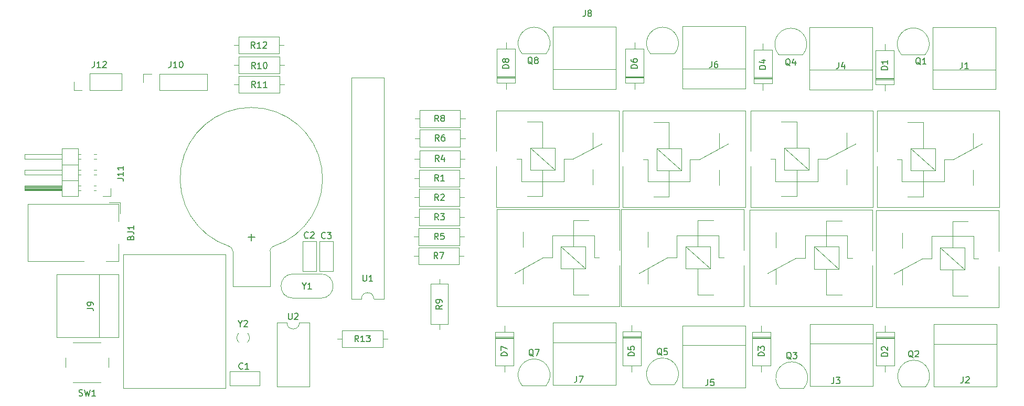
<source format=gbr>
%TF.GenerationSoftware,KiCad,Pcbnew,7.0.7*%
%TF.CreationDate,2024-02-15T10:33:02+01:00*%
%TF.ProjectId,Projektarbete_P3,50726f6a-656b-4746-9172-626574655f50,rev?*%
%TF.SameCoordinates,Original*%
%TF.FileFunction,Legend,Top*%
%TF.FilePolarity,Positive*%
%FSLAX46Y46*%
G04 Gerber Fmt 4.6, Leading zero omitted, Abs format (unit mm)*
G04 Created by KiCad (PCBNEW 7.0.7) date 2024-02-15 10:33:02*
%MOMM*%
%LPD*%
G01*
G04 APERTURE LIST*
%ADD10C,0.150000*%
%ADD11C,0.120000*%
G04 APERTURE END LIST*
D10*
X199767866Y-109640019D02*
X199767866Y-110354304D01*
X199767866Y-110354304D02*
X199720247Y-110497161D01*
X199720247Y-110497161D02*
X199625009Y-110592400D01*
X199625009Y-110592400D02*
X199482152Y-110640019D01*
X199482152Y-110640019D02*
X199386914Y-110640019D01*
X200196438Y-109735257D02*
X200244057Y-109687638D01*
X200244057Y-109687638D02*
X200339295Y-109640019D01*
X200339295Y-109640019D02*
X200577390Y-109640019D01*
X200577390Y-109640019D02*
X200672628Y-109687638D01*
X200672628Y-109687638D02*
X200720247Y-109735257D01*
X200720247Y-109735257D02*
X200767866Y-109830495D01*
X200767866Y-109830495D02*
X200767866Y-109925733D01*
X200767866Y-109925733D02*
X200720247Y-110068590D01*
X200720247Y-110068590D02*
X200148819Y-110640019D01*
X200148819Y-110640019D02*
X200767866Y-110640019D01*
X171859161Y-59427257D02*
X171763923Y-59379638D01*
X171763923Y-59379638D02*
X171668685Y-59284400D01*
X171668685Y-59284400D02*
X171525828Y-59141542D01*
X171525828Y-59141542D02*
X171430590Y-59093923D01*
X171430590Y-59093923D02*
X171335352Y-59093923D01*
X171382971Y-59332019D02*
X171287733Y-59284400D01*
X171287733Y-59284400D02*
X171192495Y-59189161D01*
X171192495Y-59189161D02*
X171144876Y-58998685D01*
X171144876Y-58998685D02*
X171144876Y-58665352D01*
X171144876Y-58665352D02*
X171192495Y-58474876D01*
X171192495Y-58474876D02*
X171287733Y-58379638D01*
X171287733Y-58379638D02*
X171382971Y-58332019D01*
X171382971Y-58332019D02*
X171573447Y-58332019D01*
X171573447Y-58332019D02*
X171668685Y-58379638D01*
X171668685Y-58379638D02*
X171763923Y-58474876D01*
X171763923Y-58474876D02*
X171811542Y-58665352D01*
X171811542Y-58665352D02*
X171811542Y-58998685D01*
X171811542Y-58998685D02*
X171763923Y-59189161D01*
X171763923Y-59189161D02*
X171668685Y-59284400D01*
X171668685Y-59284400D02*
X171573447Y-59332019D01*
X171573447Y-59332019D02*
X171382971Y-59332019D01*
X172668685Y-58665352D02*
X172668685Y-59332019D01*
X172430590Y-58284400D02*
X172192495Y-58998685D01*
X172192495Y-58998685D02*
X172811542Y-58998685D01*
X191690361Y-106533257D02*
X191595123Y-106485638D01*
X191595123Y-106485638D02*
X191499885Y-106390400D01*
X191499885Y-106390400D02*
X191357028Y-106247542D01*
X191357028Y-106247542D02*
X191261790Y-106199923D01*
X191261790Y-106199923D02*
X191166552Y-106199923D01*
X191214171Y-106438019D02*
X191118933Y-106390400D01*
X191118933Y-106390400D02*
X191023695Y-106295161D01*
X191023695Y-106295161D02*
X190976076Y-106104685D01*
X190976076Y-106104685D02*
X190976076Y-105771352D01*
X190976076Y-105771352D02*
X191023695Y-105580876D01*
X191023695Y-105580876D02*
X191118933Y-105485638D01*
X191118933Y-105485638D02*
X191214171Y-105438019D01*
X191214171Y-105438019D02*
X191404647Y-105438019D01*
X191404647Y-105438019D02*
X191499885Y-105485638D01*
X191499885Y-105485638D02*
X191595123Y-105580876D01*
X191595123Y-105580876D02*
X191642742Y-105771352D01*
X191642742Y-105771352D02*
X191642742Y-106104685D01*
X191642742Y-106104685D02*
X191595123Y-106295161D01*
X191595123Y-106295161D02*
X191499885Y-106390400D01*
X191499885Y-106390400D02*
X191404647Y-106438019D01*
X191404647Y-106438019D02*
X191214171Y-106438019D01*
X192023695Y-105533257D02*
X192071314Y-105485638D01*
X192071314Y-105485638D02*
X192166552Y-105438019D01*
X192166552Y-105438019D02*
X192404647Y-105438019D01*
X192404647Y-105438019D02*
X192499885Y-105485638D01*
X192499885Y-105485638D02*
X192547504Y-105533257D01*
X192547504Y-105533257D02*
X192595123Y-105628495D01*
X192595123Y-105628495D02*
X192595123Y-105723733D01*
X192595123Y-105723733D02*
X192547504Y-105866590D01*
X192547504Y-105866590D02*
X191976076Y-106438019D01*
X191976076Y-106438019D02*
X192595123Y-106438019D01*
X115669219Y-98109066D02*
X115193028Y-98442399D01*
X115669219Y-98680494D02*
X114669219Y-98680494D01*
X114669219Y-98680494D02*
X114669219Y-98299542D01*
X114669219Y-98299542D02*
X114716838Y-98204304D01*
X114716838Y-98204304D02*
X114764457Y-98156685D01*
X114764457Y-98156685D02*
X114859695Y-98109066D01*
X114859695Y-98109066D02*
X115002552Y-98109066D01*
X115002552Y-98109066D02*
X115097790Y-98156685D01*
X115097790Y-98156685D02*
X115145409Y-98204304D01*
X115145409Y-98204304D02*
X115193028Y-98299542D01*
X115193028Y-98299542D02*
X115193028Y-98680494D01*
X115669219Y-97632875D02*
X115669219Y-97442399D01*
X115669219Y-97442399D02*
X115621600Y-97347161D01*
X115621600Y-97347161D02*
X115573980Y-97299542D01*
X115573980Y-97299542D02*
X115431123Y-97204304D01*
X115431123Y-97204304D02*
X115240647Y-97156685D01*
X115240647Y-97156685D02*
X114859695Y-97156685D01*
X114859695Y-97156685D02*
X114764457Y-97204304D01*
X114764457Y-97204304D02*
X114716838Y-97251923D01*
X114716838Y-97251923D02*
X114669219Y-97347161D01*
X114669219Y-97347161D02*
X114669219Y-97537637D01*
X114669219Y-97537637D02*
X114716838Y-97632875D01*
X114716838Y-97632875D02*
X114764457Y-97680494D01*
X114764457Y-97680494D02*
X114859695Y-97728113D01*
X114859695Y-97728113D02*
X115097790Y-97728113D01*
X115097790Y-97728113D02*
X115193028Y-97680494D01*
X115193028Y-97680494D02*
X115240647Y-97632875D01*
X115240647Y-97632875D02*
X115288266Y-97537637D01*
X115288266Y-97537637D02*
X115288266Y-97347161D01*
X115288266Y-97347161D02*
X115240647Y-97251923D01*
X115240647Y-97251923D02*
X115193028Y-97204304D01*
X115193028Y-97204304D02*
X115097790Y-97156685D01*
X85513942Y-59890819D02*
X85180609Y-59414628D01*
X84942514Y-59890819D02*
X84942514Y-58890819D01*
X84942514Y-58890819D02*
X85323466Y-58890819D01*
X85323466Y-58890819D02*
X85418704Y-58938438D01*
X85418704Y-58938438D02*
X85466323Y-58986057D01*
X85466323Y-58986057D02*
X85513942Y-59081295D01*
X85513942Y-59081295D02*
X85513942Y-59224152D01*
X85513942Y-59224152D02*
X85466323Y-59319390D01*
X85466323Y-59319390D02*
X85418704Y-59367009D01*
X85418704Y-59367009D02*
X85323466Y-59414628D01*
X85323466Y-59414628D02*
X84942514Y-59414628D01*
X86466323Y-59890819D02*
X85894895Y-59890819D01*
X86180609Y-59890819D02*
X86180609Y-58890819D01*
X86180609Y-58890819D02*
X86085371Y-59033676D01*
X86085371Y-59033676D02*
X85990133Y-59128914D01*
X85990133Y-59128914D02*
X85894895Y-59176533D01*
X87085371Y-58890819D02*
X87180609Y-58890819D01*
X87180609Y-58890819D02*
X87275847Y-58938438D01*
X87275847Y-58938438D02*
X87323466Y-58986057D01*
X87323466Y-58986057D02*
X87371085Y-59081295D01*
X87371085Y-59081295D02*
X87418704Y-59271771D01*
X87418704Y-59271771D02*
X87418704Y-59509866D01*
X87418704Y-59509866D02*
X87371085Y-59700342D01*
X87371085Y-59700342D02*
X87323466Y-59795580D01*
X87323466Y-59795580D02*
X87275847Y-59843200D01*
X87275847Y-59843200D02*
X87180609Y-59890819D01*
X87180609Y-59890819D02*
X87085371Y-59890819D01*
X87085371Y-59890819D02*
X86990133Y-59843200D01*
X86990133Y-59843200D02*
X86942514Y-59795580D01*
X86942514Y-59795580D02*
X86894895Y-59700342D01*
X86894895Y-59700342D02*
X86847276Y-59509866D01*
X86847276Y-59509866D02*
X86847276Y-59271771D01*
X86847276Y-59271771D02*
X86894895Y-59081295D01*
X86894895Y-59081295D02*
X86942514Y-58986057D01*
X86942514Y-58986057D02*
X86990133Y-58938438D01*
X86990133Y-58938438D02*
X87085371Y-58890819D01*
X57086667Y-112675200D02*
X57229524Y-112722819D01*
X57229524Y-112722819D02*
X57467619Y-112722819D01*
X57467619Y-112722819D02*
X57562857Y-112675200D01*
X57562857Y-112675200D02*
X57610476Y-112627580D01*
X57610476Y-112627580D02*
X57658095Y-112532342D01*
X57658095Y-112532342D02*
X57658095Y-112437104D01*
X57658095Y-112437104D02*
X57610476Y-112341866D01*
X57610476Y-112341866D02*
X57562857Y-112294247D01*
X57562857Y-112294247D02*
X57467619Y-112246628D01*
X57467619Y-112246628D02*
X57277143Y-112199009D01*
X57277143Y-112199009D02*
X57181905Y-112151390D01*
X57181905Y-112151390D02*
X57134286Y-112103771D01*
X57134286Y-112103771D02*
X57086667Y-112008533D01*
X57086667Y-112008533D02*
X57086667Y-111913295D01*
X57086667Y-111913295D02*
X57134286Y-111818057D01*
X57134286Y-111818057D02*
X57181905Y-111770438D01*
X57181905Y-111770438D02*
X57277143Y-111722819D01*
X57277143Y-111722819D02*
X57515238Y-111722819D01*
X57515238Y-111722819D02*
X57658095Y-111770438D01*
X57991429Y-111722819D02*
X58229524Y-112722819D01*
X58229524Y-112722819D02*
X58420000Y-112008533D01*
X58420000Y-112008533D02*
X58610476Y-112722819D01*
X58610476Y-112722819D02*
X58848572Y-111722819D01*
X59753333Y-112722819D02*
X59181905Y-112722819D01*
X59467619Y-112722819D02*
X59467619Y-111722819D01*
X59467619Y-111722819D02*
X59372381Y-111865676D01*
X59372381Y-111865676D02*
X59277143Y-111960914D01*
X59277143Y-111960914D02*
X59181905Y-112008533D01*
X199615466Y-58890819D02*
X199615466Y-59605104D01*
X199615466Y-59605104D02*
X199567847Y-59747961D01*
X199567847Y-59747961D02*
X199472609Y-59843200D01*
X199472609Y-59843200D02*
X199329752Y-59890819D01*
X199329752Y-59890819D02*
X199234514Y-59890819D01*
X200615466Y-59890819D02*
X200044038Y-59890819D01*
X200329752Y-59890819D02*
X200329752Y-58890819D01*
X200329752Y-58890819D02*
X200234514Y-59033676D01*
X200234514Y-59033676D02*
X200139276Y-59128914D01*
X200139276Y-59128914D02*
X200044038Y-59176533D01*
X85463142Y-56588819D02*
X85129809Y-56112628D01*
X84891714Y-56588819D02*
X84891714Y-55588819D01*
X84891714Y-55588819D02*
X85272666Y-55588819D01*
X85272666Y-55588819D02*
X85367904Y-55636438D01*
X85367904Y-55636438D02*
X85415523Y-55684057D01*
X85415523Y-55684057D02*
X85463142Y-55779295D01*
X85463142Y-55779295D02*
X85463142Y-55922152D01*
X85463142Y-55922152D02*
X85415523Y-56017390D01*
X85415523Y-56017390D02*
X85367904Y-56065009D01*
X85367904Y-56065009D02*
X85272666Y-56112628D01*
X85272666Y-56112628D02*
X84891714Y-56112628D01*
X86415523Y-56588819D02*
X85844095Y-56588819D01*
X86129809Y-56588819D02*
X86129809Y-55588819D01*
X86129809Y-55588819D02*
X86034571Y-55731676D01*
X86034571Y-55731676D02*
X85939333Y-55826914D01*
X85939333Y-55826914D02*
X85844095Y-55874533D01*
X86796476Y-55684057D02*
X86844095Y-55636438D01*
X86844095Y-55636438D02*
X86939333Y-55588819D01*
X86939333Y-55588819D02*
X87177428Y-55588819D01*
X87177428Y-55588819D02*
X87272666Y-55636438D01*
X87272666Y-55636438D02*
X87320285Y-55684057D01*
X87320285Y-55684057D02*
X87367904Y-55779295D01*
X87367904Y-55779295D02*
X87367904Y-55874533D01*
X87367904Y-55874533D02*
X87320285Y-56017390D01*
X87320285Y-56017390D02*
X86748857Y-56588819D01*
X86748857Y-56588819D02*
X87367904Y-56588819D01*
X85513942Y-62938819D02*
X85180609Y-62462628D01*
X84942514Y-62938819D02*
X84942514Y-61938819D01*
X84942514Y-61938819D02*
X85323466Y-61938819D01*
X85323466Y-61938819D02*
X85418704Y-61986438D01*
X85418704Y-61986438D02*
X85466323Y-62034057D01*
X85466323Y-62034057D02*
X85513942Y-62129295D01*
X85513942Y-62129295D02*
X85513942Y-62272152D01*
X85513942Y-62272152D02*
X85466323Y-62367390D01*
X85466323Y-62367390D02*
X85418704Y-62415009D01*
X85418704Y-62415009D02*
X85323466Y-62462628D01*
X85323466Y-62462628D02*
X84942514Y-62462628D01*
X86466323Y-62938819D02*
X85894895Y-62938819D01*
X86180609Y-62938819D02*
X86180609Y-61938819D01*
X86180609Y-61938819D02*
X86085371Y-62081676D01*
X86085371Y-62081676D02*
X85990133Y-62176914D01*
X85990133Y-62176914D02*
X85894895Y-62224533D01*
X87418704Y-62938819D02*
X86847276Y-62938819D01*
X87132990Y-62938819D02*
X87132990Y-61938819D01*
X87132990Y-61938819D02*
X87037752Y-62081676D01*
X87037752Y-62081676D02*
X86942514Y-62176914D01*
X86942514Y-62176914D02*
X86847276Y-62224533D01*
X59540876Y-58738419D02*
X59540876Y-59452704D01*
X59540876Y-59452704D02*
X59493257Y-59595561D01*
X59493257Y-59595561D02*
X59398019Y-59690800D01*
X59398019Y-59690800D02*
X59255162Y-59738419D01*
X59255162Y-59738419D02*
X59159924Y-59738419D01*
X60540876Y-59738419D02*
X59969448Y-59738419D01*
X60255162Y-59738419D02*
X60255162Y-58738419D01*
X60255162Y-58738419D02*
X60159924Y-58881276D01*
X60159924Y-58881276D02*
X60064686Y-58976514D01*
X60064686Y-58976514D02*
X59969448Y-59024133D01*
X60921829Y-58833657D02*
X60969448Y-58786038D01*
X60969448Y-58786038D02*
X61064686Y-58738419D01*
X61064686Y-58738419D02*
X61302781Y-58738419D01*
X61302781Y-58738419D02*
X61398019Y-58786038D01*
X61398019Y-58786038D02*
X61445638Y-58833657D01*
X61445638Y-58833657D02*
X61493257Y-58928895D01*
X61493257Y-58928895D02*
X61493257Y-59024133D01*
X61493257Y-59024133D02*
X61445638Y-59166990D01*
X61445638Y-59166990D02*
X60874210Y-59738419D01*
X60874210Y-59738419D02*
X61493257Y-59738419D01*
X151151961Y-106177657D02*
X151056723Y-106130038D01*
X151056723Y-106130038D02*
X150961485Y-106034800D01*
X150961485Y-106034800D02*
X150818628Y-105891942D01*
X150818628Y-105891942D02*
X150723390Y-105844323D01*
X150723390Y-105844323D02*
X150628152Y-105844323D01*
X150675771Y-106082419D02*
X150580533Y-106034800D01*
X150580533Y-106034800D02*
X150485295Y-105939561D01*
X150485295Y-105939561D02*
X150437676Y-105749085D01*
X150437676Y-105749085D02*
X150437676Y-105415752D01*
X150437676Y-105415752D02*
X150485295Y-105225276D01*
X150485295Y-105225276D02*
X150580533Y-105130038D01*
X150580533Y-105130038D02*
X150675771Y-105082419D01*
X150675771Y-105082419D02*
X150866247Y-105082419D01*
X150866247Y-105082419D02*
X150961485Y-105130038D01*
X150961485Y-105130038D02*
X151056723Y-105225276D01*
X151056723Y-105225276D02*
X151104342Y-105415752D01*
X151104342Y-105415752D02*
X151104342Y-105749085D01*
X151104342Y-105749085D02*
X151056723Y-105939561D01*
X151056723Y-105939561D02*
X150961485Y-106034800D01*
X150961485Y-106034800D02*
X150866247Y-106082419D01*
X150866247Y-106082419D02*
X150675771Y-106082419D01*
X152009104Y-105082419D02*
X151532914Y-105082419D01*
X151532914Y-105082419D02*
X151485295Y-105558609D01*
X151485295Y-105558609D02*
X151532914Y-105510990D01*
X151532914Y-105510990D02*
X151628152Y-105463371D01*
X151628152Y-105463371D02*
X151866247Y-105463371D01*
X151866247Y-105463371D02*
X151961485Y-105510990D01*
X151961485Y-105510990D02*
X152009104Y-105558609D01*
X152009104Y-105558609D02*
X152056723Y-105653847D01*
X152056723Y-105653847D02*
X152056723Y-105891942D01*
X152056723Y-105891942D02*
X152009104Y-105987180D01*
X152009104Y-105987180D02*
X151961485Y-106034800D01*
X151961485Y-106034800D02*
X151866247Y-106082419D01*
X151866247Y-106082419D02*
X151628152Y-106082419D01*
X151628152Y-106082419D02*
X151532914Y-106034800D01*
X151532914Y-106034800D02*
X151485295Y-105987180D01*
X93402209Y-94974628D02*
X93402209Y-95450819D01*
X93068876Y-94450819D02*
X93402209Y-94974628D01*
X93402209Y-94974628D02*
X93735542Y-94450819D01*
X94592685Y-95450819D02*
X94021257Y-95450819D01*
X94306971Y-95450819D02*
X94306971Y-94450819D01*
X94306971Y-94450819D02*
X94211733Y-94593676D01*
X94211733Y-94593676D02*
X94116495Y-94688914D01*
X94116495Y-94688914D02*
X94021257Y-94736533D01*
X172011561Y-106794457D02*
X171916323Y-106746838D01*
X171916323Y-106746838D02*
X171821085Y-106651600D01*
X171821085Y-106651600D02*
X171678228Y-106508742D01*
X171678228Y-106508742D02*
X171582990Y-106461123D01*
X171582990Y-106461123D02*
X171487752Y-106461123D01*
X171535371Y-106699219D02*
X171440133Y-106651600D01*
X171440133Y-106651600D02*
X171344895Y-106556361D01*
X171344895Y-106556361D02*
X171297276Y-106365885D01*
X171297276Y-106365885D02*
X171297276Y-106032552D01*
X171297276Y-106032552D02*
X171344895Y-105842076D01*
X171344895Y-105842076D02*
X171440133Y-105746838D01*
X171440133Y-105746838D02*
X171535371Y-105699219D01*
X171535371Y-105699219D02*
X171725847Y-105699219D01*
X171725847Y-105699219D02*
X171821085Y-105746838D01*
X171821085Y-105746838D02*
X171916323Y-105842076D01*
X171916323Y-105842076D02*
X171963942Y-106032552D01*
X171963942Y-106032552D02*
X171963942Y-106365885D01*
X171963942Y-106365885D02*
X171916323Y-106556361D01*
X171916323Y-106556361D02*
X171821085Y-106651600D01*
X171821085Y-106651600D02*
X171725847Y-106699219D01*
X171725847Y-106699219D02*
X171535371Y-106699219D01*
X172297276Y-105699219D02*
X172916323Y-105699219D01*
X172916323Y-105699219D02*
X172582990Y-106080171D01*
X172582990Y-106080171D02*
X172725847Y-106080171D01*
X172725847Y-106080171D02*
X172821085Y-106127790D01*
X172821085Y-106127790D02*
X172868704Y-106175409D01*
X172868704Y-106175409D02*
X172916323Y-106270647D01*
X172916323Y-106270647D02*
X172916323Y-106508742D01*
X172916323Y-106508742D02*
X172868704Y-106603980D01*
X172868704Y-106603980D02*
X172821085Y-106651600D01*
X172821085Y-106651600D02*
X172725847Y-106699219D01*
X172725847Y-106699219D02*
X172440133Y-106699219D01*
X172440133Y-106699219D02*
X172344895Y-106651600D01*
X172344895Y-106651600D02*
X172297276Y-106603980D01*
X178889066Y-109741619D02*
X178889066Y-110455904D01*
X178889066Y-110455904D02*
X178841447Y-110598761D01*
X178841447Y-110598761D02*
X178746209Y-110694000D01*
X178746209Y-110694000D02*
X178603352Y-110741619D01*
X178603352Y-110741619D02*
X178508114Y-110741619D01*
X179270019Y-109741619D02*
X179889066Y-109741619D01*
X179889066Y-109741619D02*
X179555733Y-110122571D01*
X179555733Y-110122571D02*
X179698590Y-110122571D01*
X179698590Y-110122571D02*
X179793828Y-110170190D01*
X179793828Y-110170190D02*
X179841447Y-110217809D01*
X179841447Y-110217809D02*
X179889066Y-110313047D01*
X179889066Y-110313047D02*
X179889066Y-110551142D01*
X179889066Y-110551142D02*
X179841447Y-110646380D01*
X179841447Y-110646380D02*
X179793828Y-110694000D01*
X179793828Y-110694000D02*
X179698590Y-110741619D01*
X179698590Y-110741619D02*
X179412876Y-110741619D01*
X179412876Y-110741619D02*
X179317638Y-110694000D01*
X179317638Y-110694000D02*
X179270019Y-110646380D01*
X115174933Y-71574819D02*
X114841600Y-71098628D01*
X114603505Y-71574819D02*
X114603505Y-70574819D01*
X114603505Y-70574819D02*
X114984457Y-70574819D01*
X114984457Y-70574819D02*
X115079695Y-70622438D01*
X115079695Y-70622438D02*
X115127314Y-70670057D01*
X115127314Y-70670057D02*
X115174933Y-70765295D01*
X115174933Y-70765295D02*
X115174933Y-70908152D01*
X115174933Y-70908152D02*
X115127314Y-71003390D01*
X115127314Y-71003390D02*
X115079695Y-71051009D01*
X115079695Y-71051009D02*
X114984457Y-71098628D01*
X114984457Y-71098628D02*
X114603505Y-71098628D01*
X116032076Y-70574819D02*
X115841600Y-70574819D01*
X115841600Y-70574819D02*
X115746362Y-70622438D01*
X115746362Y-70622438D02*
X115698743Y-70670057D01*
X115698743Y-70670057D02*
X115603505Y-70812914D01*
X115603505Y-70812914D02*
X115555886Y-71003390D01*
X115555886Y-71003390D02*
X115555886Y-71384342D01*
X115555886Y-71384342D02*
X115603505Y-71479580D01*
X115603505Y-71479580D02*
X115651124Y-71527200D01*
X115651124Y-71527200D02*
X115746362Y-71574819D01*
X115746362Y-71574819D02*
X115936838Y-71574819D01*
X115936838Y-71574819D02*
X116032076Y-71527200D01*
X116032076Y-71527200D02*
X116079695Y-71479580D01*
X116079695Y-71479580D02*
X116127314Y-71384342D01*
X116127314Y-71384342D02*
X116127314Y-71146247D01*
X116127314Y-71146247D02*
X116079695Y-71051009D01*
X116079695Y-71051009D02*
X116032076Y-71003390D01*
X116032076Y-71003390D02*
X115936838Y-70955771D01*
X115936838Y-70955771D02*
X115746362Y-70955771D01*
X115746362Y-70955771D02*
X115651124Y-71003390D01*
X115651124Y-71003390D02*
X115603505Y-71051009D01*
X115603505Y-71051009D02*
X115555886Y-71146247D01*
X167688419Y-106249694D02*
X166688419Y-106249694D01*
X166688419Y-106249694D02*
X166688419Y-106011599D01*
X166688419Y-106011599D02*
X166736038Y-105868742D01*
X166736038Y-105868742D02*
X166831276Y-105773504D01*
X166831276Y-105773504D02*
X166926514Y-105725885D01*
X166926514Y-105725885D02*
X167116990Y-105678266D01*
X167116990Y-105678266D02*
X167259847Y-105678266D01*
X167259847Y-105678266D02*
X167450323Y-105725885D01*
X167450323Y-105725885D02*
X167545561Y-105773504D01*
X167545561Y-105773504D02*
X167640800Y-105868742D01*
X167640800Y-105868742D02*
X167688419Y-106011599D01*
X167688419Y-106011599D02*
X167688419Y-106249694D01*
X166688419Y-105344932D02*
X166688419Y-104725885D01*
X166688419Y-104725885D02*
X167069371Y-105059218D01*
X167069371Y-105059218D02*
X167069371Y-104916361D01*
X167069371Y-104916361D02*
X167116990Y-104821123D01*
X167116990Y-104821123D02*
X167164609Y-104773504D01*
X167164609Y-104773504D02*
X167259847Y-104725885D01*
X167259847Y-104725885D02*
X167497942Y-104725885D01*
X167497942Y-104725885D02*
X167593180Y-104773504D01*
X167593180Y-104773504D02*
X167640800Y-104821123D01*
X167640800Y-104821123D02*
X167688419Y-104916361D01*
X167688419Y-104916361D02*
X167688419Y-105202075D01*
X167688419Y-105202075D02*
X167640800Y-105297313D01*
X167640800Y-105297313D02*
X167593180Y-105344932D01*
X65412209Y-87196514D02*
X65459828Y-87053657D01*
X65459828Y-87053657D02*
X65507447Y-87006038D01*
X65507447Y-87006038D02*
X65602685Y-86958419D01*
X65602685Y-86958419D02*
X65745542Y-86958419D01*
X65745542Y-86958419D02*
X65840780Y-87006038D01*
X65840780Y-87006038D02*
X65888400Y-87053657D01*
X65888400Y-87053657D02*
X65936019Y-87148895D01*
X65936019Y-87148895D02*
X65936019Y-87529847D01*
X65936019Y-87529847D02*
X64936019Y-87529847D01*
X64936019Y-87529847D02*
X64936019Y-87196514D01*
X64936019Y-87196514D02*
X64983638Y-87101276D01*
X64983638Y-87101276D02*
X65031257Y-87053657D01*
X65031257Y-87053657D02*
X65126495Y-87006038D01*
X65126495Y-87006038D02*
X65221733Y-87006038D01*
X65221733Y-87006038D02*
X65316971Y-87053657D01*
X65316971Y-87053657D02*
X65364590Y-87101276D01*
X65364590Y-87101276D02*
X65412209Y-87196514D01*
X65412209Y-87196514D02*
X65412209Y-87529847D01*
X64936019Y-86244133D02*
X65650304Y-86244133D01*
X65650304Y-86244133D02*
X65793161Y-86291752D01*
X65793161Y-86291752D02*
X65888400Y-86386990D01*
X65888400Y-86386990D02*
X65936019Y-86529847D01*
X65936019Y-86529847D02*
X65936019Y-86625085D01*
X65936019Y-85244133D02*
X65936019Y-85815561D01*
X65936019Y-85529847D02*
X64936019Y-85529847D01*
X64936019Y-85529847D02*
X65078876Y-85625085D01*
X65078876Y-85625085D02*
X65174114Y-85720323D01*
X65174114Y-85720323D02*
X65221733Y-85815561D01*
X115047733Y-87475219D02*
X114714400Y-86999028D01*
X114476305Y-87475219D02*
X114476305Y-86475219D01*
X114476305Y-86475219D02*
X114857257Y-86475219D01*
X114857257Y-86475219D02*
X114952495Y-86522838D01*
X114952495Y-86522838D02*
X115000114Y-86570457D01*
X115000114Y-86570457D02*
X115047733Y-86665695D01*
X115047733Y-86665695D02*
X115047733Y-86808552D01*
X115047733Y-86808552D02*
X115000114Y-86903790D01*
X115000114Y-86903790D02*
X114952495Y-86951409D01*
X114952495Y-86951409D02*
X114857257Y-86999028D01*
X114857257Y-86999028D02*
X114476305Y-86999028D01*
X115952495Y-86475219D02*
X115476305Y-86475219D01*
X115476305Y-86475219D02*
X115428686Y-86951409D01*
X115428686Y-86951409D02*
X115476305Y-86903790D01*
X115476305Y-86903790D02*
X115571543Y-86856171D01*
X115571543Y-86856171D02*
X115809638Y-86856171D01*
X115809638Y-86856171D02*
X115904876Y-86903790D01*
X115904876Y-86903790D02*
X115952495Y-86951409D01*
X115952495Y-86951409D02*
X116000114Y-87046647D01*
X116000114Y-87046647D02*
X116000114Y-87284742D01*
X116000114Y-87284742D02*
X115952495Y-87379980D01*
X115952495Y-87379980D02*
X115904876Y-87427600D01*
X115904876Y-87427600D02*
X115809638Y-87475219D01*
X115809638Y-87475219D02*
X115571543Y-87475219D01*
X115571543Y-87475219D02*
X115476305Y-87427600D01*
X115476305Y-87427600D02*
X115428686Y-87379980D01*
X179701866Y-58890819D02*
X179701866Y-59605104D01*
X179701866Y-59605104D02*
X179654247Y-59747961D01*
X179654247Y-59747961D02*
X179559009Y-59843200D01*
X179559009Y-59843200D02*
X179416152Y-59890819D01*
X179416152Y-59890819D02*
X179320914Y-59890819D01*
X180606628Y-59224152D02*
X180606628Y-59890819D01*
X180368533Y-58843200D02*
X180130438Y-59557485D01*
X180130438Y-59557485D02*
X180749485Y-59557485D01*
X83089809Y-101070628D02*
X83089809Y-101546819D01*
X82756476Y-100546819D02*
X83089809Y-101070628D01*
X83089809Y-101070628D02*
X83423142Y-100546819D01*
X83708857Y-100642057D02*
X83756476Y-100594438D01*
X83756476Y-100594438D02*
X83851714Y-100546819D01*
X83851714Y-100546819D02*
X84089809Y-100546819D01*
X84089809Y-100546819D02*
X84185047Y-100594438D01*
X84185047Y-100594438D02*
X84232666Y-100642057D01*
X84232666Y-100642057D02*
X84280285Y-100737295D01*
X84280285Y-100737295D02*
X84280285Y-100832533D01*
X84280285Y-100832533D02*
X84232666Y-100975390D01*
X84232666Y-100975390D02*
X83661238Y-101546819D01*
X83661238Y-101546819D02*
X84280285Y-101546819D01*
X137385466Y-109538419D02*
X137385466Y-110252704D01*
X137385466Y-110252704D02*
X137337847Y-110395561D01*
X137337847Y-110395561D02*
X137242609Y-110490800D01*
X137242609Y-110490800D02*
X137099752Y-110538419D01*
X137099752Y-110538419D02*
X137004514Y-110538419D01*
X137766419Y-109538419D02*
X138433085Y-109538419D01*
X138433085Y-109538419D02*
X138004514Y-110538419D01*
X83500933Y-108309580D02*
X83453314Y-108357200D01*
X83453314Y-108357200D02*
X83310457Y-108404819D01*
X83310457Y-108404819D02*
X83215219Y-108404819D01*
X83215219Y-108404819D02*
X83072362Y-108357200D01*
X83072362Y-108357200D02*
X82977124Y-108261961D01*
X82977124Y-108261961D02*
X82929505Y-108166723D01*
X82929505Y-108166723D02*
X82881886Y-107976247D01*
X82881886Y-107976247D02*
X82881886Y-107833390D01*
X82881886Y-107833390D02*
X82929505Y-107642914D01*
X82929505Y-107642914D02*
X82977124Y-107547676D01*
X82977124Y-107547676D02*
X83072362Y-107452438D01*
X83072362Y-107452438D02*
X83215219Y-107404819D01*
X83215219Y-107404819D02*
X83310457Y-107404819D01*
X83310457Y-107404819D02*
X83453314Y-107452438D01*
X83453314Y-107452438D02*
X83500933Y-107500057D01*
X84453314Y-108404819D02*
X83881886Y-108404819D01*
X84167600Y-108404819D02*
X84167600Y-107404819D01*
X84167600Y-107404819D02*
X84072362Y-107547676D01*
X84072362Y-107547676D02*
X83977124Y-107642914D01*
X83977124Y-107642914D02*
X83881886Y-107690533D01*
X130257561Y-59173257D02*
X130162323Y-59125638D01*
X130162323Y-59125638D02*
X130067085Y-59030400D01*
X130067085Y-59030400D02*
X129924228Y-58887542D01*
X129924228Y-58887542D02*
X129828990Y-58839923D01*
X129828990Y-58839923D02*
X129733752Y-58839923D01*
X129781371Y-59078019D02*
X129686133Y-59030400D01*
X129686133Y-59030400D02*
X129590895Y-58935161D01*
X129590895Y-58935161D02*
X129543276Y-58744685D01*
X129543276Y-58744685D02*
X129543276Y-58411352D01*
X129543276Y-58411352D02*
X129590895Y-58220876D01*
X129590895Y-58220876D02*
X129686133Y-58125638D01*
X129686133Y-58125638D02*
X129781371Y-58078019D01*
X129781371Y-58078019D02*
X129971847Y-58078019D01*
X129971847Y-58078019D02*
X130067085Y-58125638D01*
X130067085Y-58125638D02*
X130162323Y-58220876D01*
X130162323Y-58220876D02*
X130209942Y-58411352D01*
X130209942Y-58411352D02*
X130209942Y-58744685D01*
X130209942Y-58744685D02*
X130162323Y-58935161D01*
X130162323Y-58935161D02*
X130067085Y-59030400D01*
X130067085Y-59030400D02*
X129971847Y-59078019D01*
X129971847Y-59078019D02*
X129781371Y-59078019D01*
X130781371Y-58506590D02*
X130686133Y-58458971D01*
X130686133Y-58458971D02*
X130638514Y-58411352D01*
X130638514Y-58411352D02*
X130590895Y-58316114D01*
X130590895Y-58316114D02*
X130590895Y-58268495D01*
X130590895Y-58268495D02*
X130638514Y-58173257D01*
X130638514Y-58173257D02*
X130686133Y-58125638D01*
X130686133Y-58125638D02*
X130781371Y-58078019D01*
X130781371Y-58078019D02*
X130971847Y-58078019D01*
X130971847Y-58078019D02*
X131067085Y-58125638D01*
X131067085Y-58125638D02*
X131114704Y-58173257D01*
X131114704Y-58173257D02*
X131162323Y-58268495D01*
X131162323Y-58268495D02*
X131162323Y-58316114D01*
X131162323Y-58316114D02*
X131114704Y-58411352D01*
X131114704Y-58411352D02*
X131067085Y-58458971D01*
X131067085Y-58458971D02*
X130971847Y-58506590D01*
X130971847Y-58506590D02*
X130781371Y-58506590D01*
X130781371Y-58506590D02*
X130686133Y-58554209D01*
X130686133Y-58554209D02*
X130638514Y-58601828D01*
X130638514Y-58601828D02*
X130590895Y-58697066D01*
X130590895Y-58697066D02*
X130590895Y-58887542D01*
X130590895Y-58887542D02*
X130638514Y-58982780D01*
X130638514Y-58982780D02*
X130686133Y-59030400D01*
X130686133Y-59030400D02*
X130781371Y-59078019D01*
X130781371Y-59078019D02*
X130971847Y-59078019D01*
X130971847Y-59078019D02*
X131067085Y-59030400D01*
X131067085Y-59030400D02*
X131114704Y-58982780D01*
X131114704Y-58982780D02*
X131162323Y-58887542D01*
X131162323Y-58887542D02*
X131162323Y-58697066D01*
X131162323Y-58697066D02*
X131114704Y-58601828D01*
X131114704Y-58601828D02*
X131067085Y-58554209D01*
X131067085Y-58554209D02*
X130971847Y-58506590D01*
X102176342Y-103985219D02*
X101843009Y-103509028D01*
X101604914Y-103985219D02*
X101604914Y-102985219D01*
X101604914Y-102985219D02*
X101985866Y-102985219D01*
X101985866Y-102985219D02*
X102081104Y-103032838D01*
X102081104Y-103032838D02*
X102128723Y-103080457D01*
X102128723Y-103080457D02*
X102176342Y-103175695D01*
X102176342Y-103175695D02*
X102176342Y-103318552D01*
X102176342Y-103318552D02*
X102128723Y-103413790D01*
X102128723Y-103413790D02*
X102081104Y-103461409D01*
X102081104Y-103461409D02*
X101985866Y-103509028D01*
X101985866Y-103509028D02*
X101604914Y-103509028D01*
X103128723Y-103985219D02*
X102557295Y-103985219D01*
X102843009Y-103985219D02*
X102843009Y-102985219D01*
X102843009Y-102985219D02*
X102747771Y-103128076D01*
X102747771Y-103128076D02*
X102652533Y-103223314D01*
X102652533Y-103223314D02*
X102557295Y-103270933D01*
X103462057Y-102985219D02*
X104081104Y-102985219D01*
X104081104Y-102985219D02*
X103747771Y-103366171D01*
X103747771Y-103366171D02*
X103890628Y-103366171D01*
X103890628Y-103366171D02*
X103985866Y-103413790D01*
X103985866Y-103413790D02*
X104033485Y-103461409D01*
X104033485Y-103461409D02*
X104081104Y-103556647D01*
X104081104Y-103556647D02*
X104081104Y-103794742D01*
X104081104Y-103794742D02*
X104033485Y-103889980D01*
X104033485Y-103889980D02*
X103985866Y-103937600D01*
X103985866Y-103937600D02*
X103890628Y-103985219D01*
X103890628Y-103985219D02*
X103604914Y-103985219D01*
X103604914Y-103985219D02*
X103509676Y-103937600D01*
X103509676Y-103937600D02*
X103462057Y-103889980D01*
X63259619Y-77619123D02*
X63973904Y-77619123D01*
X63973904Y-77619123D02*
X64116761Y-77666742D01*
X64116761Y-77666742D02*
X64212000Y-77761980D01*
X64212000Y-77761980D02*
X64259619Y-77904837D01*
X64259619Y-77904837D02*
X64259619Y-78000075D01*
X64259619Y-76619123D02*
X64259619Y-77190551D01*
X64259619Y-76904837D02*
X63259619Y-76904837D01*
X63259619Y-76904837D02*
X63402476Y-77000075D01*
X63402476Y-77000075D02*
X63497714Y-77095313D01*
X63497714Y-77095313D02*
X63545333Y-77190551D01*
X64259619Y-75666742D02*
X64259619Y-76238170D01*
X64259619Y-75952456D02*
X63259619Y-75952456D01*
X63259619Y-75952456D02*
X63402476Y-76047694D01*
X63402476Y-76047694D02*
X63497714Y-76142932D01*
X63497714Y-76142932D02*
X63545333Y-76238170D01*
X167891619Y-59970894D02*
X166891619Y-59970894D01*
X166891619Y-59970894D02*
X166891619Y-59732799D01*
X166891619Y-59732799D02*
X166939238Y-59589942D01*
X166939238Y-59589942D02*
X167034476Y-59494704D01*
X167034476Y-59494704D02*
X167129714Y-59447085D01*
X167129714Y-59447085D02*
X167320190Y-59399466D01*
X167320190Y-59399466D02*
X167463047Y-59399466D01*
X167463047Y-59399466D02*
X167653523Y-59447085D01*
X167653523Y-59447085D02*
X167748761Y-59494704D01*
X167748761Y-59494704D02*
X167844000Y-59589942D01*
X167844000Y-59589942D02*
X167891619Y-59732799D01*
X167891619Y-59732799D02*
X167891619Y-59970894D01*
X167224952Y-58542323D02*
X167891619Y-58542323D01*
X166844000Y-58780418D02*
X167558285Y-59018513D01*
X167558285Y-59018513D02*
X167558285Y-58399466D01*
X187602019Y-106300494D02*
X186602019Y-106300494D01*
X186602019Y-106300494D02*
X186602019Y-106062399D01*
X186602019Y-106062399D02*
X186649638Y-105919542D01*
X186649638Y-105919542D02*
X186744876Y-105824304D01*
X186744876Y-105824304D02*
X186840114Y-105776685D01*
X186840114Y-105776685D02*
X187030590Y-105729066D01*
X187030590Y-105729066D02*
X187173447Y-105729066D01*
X187173447Y-105729066D02*
X187363923Y-105776685D01*
X187363923Y-105776685D02*
X187459161Y-105824304D01*
X187459161Y-105824304D02*
X187554400Y-105919542D01*
X187554400Y-105919542D02*
X187602019Y-106062399D01*
X187602019Y-106062399D02*
X187602019Y-106300494D01*
X186697257Y-105348113D02*
X186649638Y-105300494D01*
X186649638Y-105300494D02*
X186602019Y-105205256D01*
X186602019Y-105205256D02*
X186602019Y-104967161D01*
X186602019Y-104967161D02*
X186649638Y-104871923D01*
X186649638Y-104871923D02*
X186697257Y-104824304D01*
X186697257Y-104824304D02*
X186792495Y-104776685D01*
X186792495Y-104776685D02*
X186887733Y-104776685D01*
X186887733Y-104776685D02*
X187030590Y-104824304D01*
X187030590Y-104824304D02*
X187602019Y-105395732D01*
X187602019Y-105395732D02*
X187602019Y-104776685D01*
X187551219Y-60072494D02*
X186551219Y-60072494D01*
X186551219Y-60072494D02*
X186551219Y-59834399D01*
X186551219Y-59834399D02*
X186598838Y-59691542D01*
X186598838Y-59691542D02*
X186694076Y-59596304D01*
X186694076Y-59596304D02*
X186789314Y-59548685D01*
X186789314Y-59548685D02*
X186979790Y-59501066D01*
X186979790Y-59501066D02*
X187122647Y-59501066D01*
X187122647Y-59501066D02*
X187313123Y-59548685D01*
X187313123Y-59548685D02*
X187408361Y-59596304D01*
X187408361Y-59596304D02*
X187503600Y-59691542D01*
X187503600Y-59691542D02*
X187551219Y-59834399D01*
X187551219Y-59834399D02*
X187551219Y-60072494D01*
X187551219Y-58548685D02*
X187551219Y-59120113D01*
X187551219Y-58834399D02*
X186551219Y-58834399D01*
X186551219Y-58834399D02*
X186694076Y-58929637D01*
X186694076Y-58929637D02*
X186789314Y-59024875D01*
X186789314Y-59024875D02*
X186836933Y-59120113D01*
X138782666Y-50477019D02*
X138782666Y-51191304D01*
X138782666Y-51191304D02*
X138735047Y-51334161D01*
X138735047Y-51334161D02*
X138639809Y-51429400D01*
X138639809Y-51429400D02*
X138496952Y-51477019D01*
X138496952Y-51477019D02*
X138401714Y-51477019D01*
X139401714Y-50905590D02*
X139306476Y-50857971D01*
X139306476Y-50857971D02*
X139258857Y-50810352D01*
X139258857Y-50810352D02*
X139211238Y-50715114D01*
X139211238Y-50715114D02*
X139211238Y-50667495D01*
X139211238Y-50667495D02*
X139258857Y-50572257D01*
X139258857Y-50572257D02*
X139306476Y-50524638D01*
X139306476Y-50524638D02*
X139401714Y-50477019D01*
X139401714Y-50477019D02*
X139592190Y-50477019D01*
X139592190Y-50477019D02*
X139687428Y-50524638D01*
X139687428Y-50524638D02*
X139735047Y-50572257D01*
X139735047Y-50572257D02*
X139782666Y-50667495D01*
X139782666Y-50667495D02*
X139782666Y-50715114D01*
X139782666Y-50715114D02*
X139735047Y-50810352D01*
X139735047Y-50810352D02*
X139687428Y-50857971D01*
X139687428Y-50857971D02*
X139592190Y-50905590D01*
X139592190Y-50905590D02*
X139401714Y-50905590D01*
X139401714Y-50905590D02*
X139306476Y-50953209D01*
X139306476Y-50953209D02*
X139258857Y-51000828D01*
X139258857Y-51000828D02*
X139211238Y-51096066D01*
X139211238Y-51096066D02*
X139211238Y-51286542D01*
X139211238Y-51286542D02*
X139258857Y-51381780D01*
X139258857Y-51381780D02*
X139306476Y-51429400D01*
X139306476Y-51429400D02*
X139401714Y-51477019D01*
X139401714Y-51477019D02*
X139592190Y-51477019D01*
X139592190Y-51477019D02*
X139687428Y-51429400D01*
X139687428Y-51429400D02*
X139735047Y-51381780D01*
X139735047Y-51381780D02*
X139782666Y-51286542D01*
X139782666Y-51286542D02*
X139782666Y-51096066D01*
X139782666Y-51096066D02*
X139735047Y-51000828D01*
X139735047Y-51000828D02*
X139687428Y-50953209D01*
X139687428Y-50953209D02*
X139592190Y-50905590D01*
X96810533Y-87227580D02*
X96762914Y-87275200D01*
X96762914Y-87275200D02*
X96620057Y-87322819D01*
X96620057Y-87322819D02*
X96524819Y-87322819D01*
X96524819Y-87322819D02*
X96381962Y-87275200D01*
X96381962Y-87275200D02*
X96286724Y-87179961D01*
X96286724Y-87179961D02*
X96239105Y-87084723D01*
X96239105Y-87084723D02*
X96191486Y-86894247D01*
X96191486Y-86894247D02*
X96191486Y-86751390D01*
X96191486Y-86751390D02*
X96239105Y-86560914D01*
X96239105Y-86560914D02*
X96286724Y-86465676D01*
X96286724Y-86465676D02*
X96381962Y-86370438D01*
X96381962Y-86370438D02*
X96524819Y-86322819D01*
X96524819Y-86322819D02*
X96620057Y-86322819D01*
X96620057Y-86322819D02*
X96762914Y-86370438D01*
X96762914Y-86370438D02*
X96810533Y-86418057D01*
X97143867Y-86322819D02*
X97762914Y-86322819D01*
X97762914Y-86322819D02*
X97429581Y-86703771D01*
X97429581Y-86703771D02*
X97572438Y-86703771D01*
X97572438Y-86703771D02*
X97667676Y-86751390D01*
X97667676Y-86751390D02*
X97715295Y-86799009D01*
X97715295Y-86799009D02*
X97762914Y-86894247D01*
X97762914Y-86894247D02*
X97762914Y-87132342D01*
X97762914Y-87132342D02*
X97715295Y-87227580D01*
X97715295Y-87227580D02*
X97667676Y-87275200D01*
X97667676Y-87275200D02*
X97572438Y-87322819D01*
X97572438Y-87322819D02*
X97286724Y-87322819D01*
X97286724Y-87322819D02*
X97191486Y-87275200D01*
X97191486Y-87275200D02*
X97143867Y-87227580D01*
X58382819Y-98580533D02*
X59097104Y-98580533D01*
X59097104Y-98580533D02*
X59239961Y-98628152D01*
X59239961Y-98628152D02*
X59335200Y-98723390D01*
X59335200Y-98723390D02*
X59382819Y-98866247D01*
X59382819Y-98866247D02*
X59382819Y-98961485D01*
X59382819Y-98056723D02*
X59382819Y-97866247D01*
X59382819Y-97866247D02*
X59335200Y-97771009D01*
X59335200Y-97771009D02*
X59287580Y-97723390D01*
X59287580Y-97723390D02*
X59144723Y-97628152D01*
X59144723Y-97628152D02*
X58954247Y-97580533D01*
X58954247Y-97580533D02*
X58573295Y-97580533D01*
X58573295Y-97580533D02*
X58478057Y-97628152D01*
X58478057Y-97628152D02*
X58430438Y-97675771D01*
X58430438Y-97675771D02*
X58382819Y-97771009D01*
X58382819Y-97771009D02*
X58382819Y-97961485D01*
X58382819Y-97961485D02*
X58430438Y-98056723D01*
X58430438Y-98056723D02*
X58478057Y-98104342D01*
X58478057Y-98104342D02*
X58573295Y-98151961D01*
X58573295Y-98151961D02*
X58811390Y-98151961D01*
X58811390Y-98151961D02*
X58906628Y-98104342D01*
X58906628Y-98104342D02*
X58954247Y-98056723D01*
X58954247Y-98056723D02*
X59001866Y-97961485D01*
X59001866Y-97961485D02*
X59001866Y-97771009D01*
X59001866Y-97771009D02*
X58954247Y-97675771D01*
X58954247Y-97675771D02*
X58906628Y-97628152D01*
X58906628Y-97628152D02*
X58811390Y-97580533D01*
X130425561Y-106330057D02*
X130330323Y-106282438D01*
X130330323Y-106282438D02*
X130235085Y-106187200D01*
X130235085Y-106187200D02*
X130092228Y-106044342D01*
X130092228Y-106044342D02*
X129996990Y-105996723D01*
X129996990Y-105996723D02*
X129901752Y-105996723D01*
X129949371Y-106234819D02*
X129854133Y-106187200D01*
X129854133Y-106187200D02*
X129758895Y-106091961D01*
X129758895Y-106091961D02*
X129711276Y-105901485D01*
X129711276Y-105901485D02*
X129711276Y-105568152D01*
X129711276Y-105568152D02*
X129758895Y-105377676D01*
X129758895Y-105377676D02*
X129854133Y-105282438D01*
X129854133Y-105282438D02*
X129949371Y-105234819D01*
X129949371Y-105234819D02*
X130139847Y-105234819D01*
X130139847Y-105234819D02*
X130235085Y-105282438D01*
X130235085Y-105282438D02*
X130330323Y-105377676D01*
X130330323Y-105377676D02*
X130377942Y-105568152D01*
X130377942Y-105568152D02*
X130377942Y-105901485D01*
X130377942Y-105901485D02*
X130330323Y-106091961D01*
X130330323Y-106091961D02*
X130235085Y-106187200D01*
X130235085Y-106187200D02*
X130139847Y-106234819D01*
X130139847Y-106234819D02*
X129949371Y-106234819D01*
X130711276Y-105234819D02*
X131377942Y-105234819D01*
X131377942Y-105234819D02*
X130949371Y-106234819D01*
X159178666Y-58738419D02*
X159178666Y-59452704D01*
X159178666Y-59452704D02*
X159131047Y-59595561D01*
X159131047Y-59595561D02*
X159035809Y-59690800D01*
X159035809Y-59690800D02*
X158892952Y-59738419D01*
X158892952Y-59738419D02*
X158797714Y-59738419D01*
X160083428Y-58738419D02*
X159892952Y-58738419D01*
X159892952Y-58738419D02*
X159797714Y-58786038D01*
X159797714Y-58786038D02*
X159750095Y-58833657D01*
X159750095Y-58833657D02*
X159654857Y-58976514D01*
X159654857Y-58976514D02*
X159607238Y-59166990D01*
X159607238Y-59166990D02*
X159607238Y-59547942D01*
X159607238Y-59547942D02*
X159654857Y-59643180D01*
X159654857Y-59643180D02*
X159702476Y-59690800D01*
X159702476Y-59690800D02*
X159797714Y-59738419D01*
X159797714Y-59738419D02*
X159988190Y-59738419D01*
X159988190Y-59738419D02*
X160083428Y-59690800D01*
X160083428Y-59690800D02*
X160131047Y-59643180D01*
X160131047Y-59643180D02*
X160178666Y-59547942D01*
X160178666Y-59547942D02*
X160178666Y-59309847D01*
X160178666Y-59309847D02*
X160131047Y-59214609D01*
X160131047Y-59214609D02*
X160083428Y-59166990D01*
X160083428Y-59166990D02*
X159988190Y-59119371D01*
X159988190Y-59119371D02*
X159797714Y-59119371D01*
X159797714Y-59119371D02*
X159702476Y-59166990D01*
X159702476Y-59166990D02*
X159654857Y-59214609D01*
X159654857Y-59214609D02*
X159607238Y-59309847D01*
X71885276Y-58738419D02*
X71885276Y-59452704D01*
X71885276Y-59452704D02*
X71837657Y-59595561D01*
X71837657Y-59595561D02*
X71742419Y-59690800D01*
X71742419Y-59690800D02*
X71599562Y-59738419D01*
X71599562Y-59738419D02*
X71504324Y-59738419D01*
X72885276Y-59738419D02*
X72313848Y-59738419D01*
X72599562Y-59738419D02*
X72599562Y-58738419D01*
X72599562Y-58738419D02*
X72504324Y-58881276D01*
X72504324Y-58881276D02*
X72409086Y-58976514D01*
X72409086Y-58976514D02*
X72313848Y-59024133D01*
X73504324Y-58738419D02*
X73599562Y-58738419D01*
X73599562Y-58738419D02*
X73694800Y-58786038D01*
X73694800Y-58786038D02*
X73742419Y-58833657D01*
X73742419Y-58833657D02*
X73790038Y-58928895D01*
X73790038Y-58928895D02*
X73837657Y-59119371D01*
X73837657Y-59119371D02*
X73837657Y-59357466D01*
X73837657Y-59357466D02*
X73790038Y-59547942D01*
X73790038Y-59547942D02*
X73742419Y-59643180D01*
X73742419Y-59643180D02*
X73694800Y-59690800D01*
X73694800Y-59690800D02*
X73599562Y-59738419D01*
X73599562Y-59738419D02*
X73504324Y-59738419D01*
X73504324Y-59738419D02*
X73409086Y-59690800D01*
X73409086Y-59690800D02*
X73361467Y-59643180D01*
X73361467Y-59643180D02*
X73313848Y-59547942D01*
X73313848Y-59547942D02*
X73266229Y-59357466D01*
X73266229Y-59357466D02*
X73266229Y-59119371D01*
X73266229Y-59119371D02*
X73313848Y-58928895D01*
X73313848Y-58928895D02*
X73361467Y-58833657D01*
X73361467Y-58833657D02*
X73409086Y-58786038D01*
X73409086Y-58786038D02*
X73504324Y-58738419D01*
X115073333Y-81176019D02*
X114740000Y-80699828D01*
X114501905Y-81176019D02*
X114501905Y-80176019D01*
X114501905Y-80176019D02*
X114882857Y-80176019D01*
X114882857Y-80176019D02*
X114978095Y-80223638D01*
X114978095Y-80223638D02*
X115025714Y-80271257D01*
X115025714Y-80271257D02*
X115073333Y-80366495D01*
X115073333Y-80366495D02*
X115073333Y-80509352D01*
X115073333Y-80509352D02*
X115025714Y-80604590D01*
X115025714Y-80604590D02*
X114978095Y-80652209D01*
X114978095Y-80652209D02*
X114882857Y-80699828D01*
X114882857Y-80699828D02*
X114501905Y-80699828D01*
X115454286Y-80271257D02*
X115501905Y-80223638D01*
X115501905Y-80223638D02*
X115597143Y-80176019D01*
X115597143Y-80176019D02*
X115835238Y-80176019D01*
X115835238Y-80176019D02*
X115930476Y-80223638D01*
X115930476Y-80223638D02*
X115978095Y-80271257D01*
X115978095Y-80271257D02*
X116025714Y-80366495D01*
X116025714Y-80366495D02*
X116025714Y-80461733D01*
X116025714Y-80461733D02*
X115978095Y-80604590D01*
X115978095Y-80604590D02*
X115406667Y-81176019D01*
X115406667Y-81176019D02*
X116025714Y-81176019D01*
X115098533Y-68425219D02*
X114765200Y-67949028D01*
X114527105Y-68425219D02*
X114527105Y-67425219D01*
X114527105Y-67425219D02*
X114908057Y-67425219D01*
X114908057Y-67425219D02*
X115003295Y-67472838D01*
X115003295Y-67472838D02*
X115050914Y-67520457D01*
X115050914Y-67520457D02*
X115098533Y-67615695D01*
X115098533Y-67615695D02*
X115098533Y-67758552D01*
X115098533Y-67758552D02*
X115050914Y-67853790D01*
X115050914Y-67853790D02*
X115003295Y-67901409D01*
X115003295Y-67901409D02*
X114908057Y-67949028D01*
X114908057Y-67949028D02*
X114527105Y-67949028D01*
X115669962Y-67853790D02*
X115574724Y-67806171D01*
X115574724Y-67806171D02*
X115527105Y-67758552D01*
X115527105Y-67758552D02*
X115479486Y-67663314D01*
X115479486Y-67663314D02*
X115479486Y-67615695D01*
X115479486Y-67615695D02*
X115527105Y-67520457D01*
X115527105Y-67520457D02*
X115574724Y-67472838D01*
X115574724Y-67472838D02*
X115669962Y-67425219D01*
X115669962Y-67425219D02*
X115860438Y-67425219D01*
X115860438Y-67425219D02*
X115955676Y-67472838D01*
X115955676Y-67472838D02*
X116003295Y-67520457D01*
X116003295Y-67520457D02*
X116050914Y-67615695D01*
X116050914Y-67615695D02*
X116050914Y-67663314D01*
X116050914Y-67663314D02*
X116003295Y-67758552D01*
X116003295Y-67758552D02*
X115955676Y-67806171D01*
X115955676Y-67806171D02*
X115860438Y-67853790D01*
X115860438Y-67853790D02*
X115669962Y-67853790D01*
X115669962Y-67853790D02*
X115574724Y-67901409D01*
X115574724Y-67901409D02*
X115527105Y-67949028D01*
X115527105Y-67949028D02*
X115479486Y-68044266D01*
X115479486Y-68044266D02*
X115479486Y-68234742D01*
X115479486Y-68234742D02*
X115527105Y-68329980D01*
X115527105Y-68329980D02*
X115574724Y-68377600D01*
X115574724Y-68377600D02*
X115669962Y-68425219D01*
X115669962Y-68425219D02*
X115860438Y-68425219D01*
X115860438Y-68425219D02*
X115955676Y-68377600D01*
X115955676Y-68377600D02*
X116003295Y-68329980D01*
X116003295Y-68329980D02*
X116050914Y-68234742D01*
X116050914Y-68234742D02*
X116050914Y-68044266D01*
X116050914Y-68044266D02*
X116003295Y-67949028D01*
X116003295Y-67949028D02*
X115955676Y-67901409D01*
X115955676Y-67901409D02*
X115860438Y-67853790D01*
X126438819Y-59818494D02*
X125438819Y-59818494D01*
X125438819Y-59818494D02*
X125438819Y-59580399D01*
X125438819Y-59580399D02*
X125486438Y-59437542D01*
X125486438Y-59437542D02*
X125581676Y-59342304D01*
X125581676Y-59342304D02*
X125676914Y-59294685D01*
X125676914Y-59294685D02*
X125867390Y-59247066D01*
X125867390Y-59247066D02*
X126010247Y-59247066D01*
X126010247Y-59247066D02*
X126200723Y-59294685D01*
X126200723Y-59294685D02*
X126295961Y-59342304D01*
X126295961Y-59342304D02*
X126391200Y-59437542D01*
X126391200Y-59437542D02*
X126438819Y-59580399D01*
X126438819Y-59580399D02*
X126438819Y-59818494D01*
X125867390Y-58675637D02*
X125819771Y-58770875D01*
X125819771Y-58770875D02*
X125772152Y-58818494D01*
X125772152Y-58818494D02*
X125676914Y-58866113D01*
X125676914Y-58866113D02*
X125629295Y-58866113D01*
X125629295Y-58866113D02*
X125534057Y-58818494D01*
X125534057Y-58818494D02*
X125486438Y-58770875D01*
X125486438Y-58770875D02*
X125438819Y-58675637D01*
X125438819Y-58675637D02*
X125438819Y-58485161D01*
X125438819Y-58485161D02*
X125486438Y-58389923D01*
X125486438Y-58389923D02*
X125534057Y-58342304D01*
X125534057Y-58342304D02*
X125629295Y-58294685D01*
X125629295Y-58294685D02*
X125676914Y-58294685D01*
X125676914Y-58294685D02*
X125772152Y-58342304D01*
X125772152Y-58342304D02*
X125819771Y-58389923D01*
X125819771Y-58389923D02*
X125867390Y-58485161D01*
X125867390Y-58485161D02*
X125867390Y-58675637D01*
X125867390Y-58675637D02*
X125915009Y-58770875D01*
X125915009Y-58770875D02*
X125962628Y-58818494D01*
X125962628Y-58818494D02*
X126057866Y-58866113D01*
X126057866Y-58866113D02*
X126248342Y-58866113D01*
X126248342Y-58866113D02*
X126343580Y-58818494D01*
X126343580Y-58818494D02*
X126391200Y-58770875D01*
X126391200Y-58770875D02*
X126438819Y-58675637D01*
X126438819Y-58675637D02*
X126438819Y-58485161D01*
X126438819Y-58485161D02*
X126391200Y-58389923D01*
X126391200Y-58389923D02*
X126343580Y-58342304D01*
X126343580Y-58342304D02*
X126248342Y-58294685D01*
X126248342Y-58294685D02*
X126057866Y-58294685D01*
X126057866Y-58294685D02*
X125962628Y-58342304D01*
X125962628Y-58342304D02*
X125915009Y-58389923D01*
X125915009Y-58389923D02*
X125867390Y-58485161D01*
X115149333Y-74876819D02*
X114816000Y-74400628D01*
X114577905Y-74876819D02*
X114577905Y-73876819D01*
X114577905Y-73876819D02*
X114958857Y-73876819D01*
X114958857Y-73876819D02*
X115054095Y-73924438D01*
X115054095Y-73924438D02*
X115101714Y-73972057D01*
X115101714Y-73972057D02*
X115149333Y-74067295D01*
X115149333Y-74067295D02*
X115149333Y-74210152D01*
X115149333Y-74210152D02*
X115101714Y-74305390D01*
X115101714Y-74305390D02*
X115054095Y-74353009D01*
X115054095Y-74353009D02*
X114958857Y-74400628D01*
X114958857Y-74400628D02*
X114577905Y-74400628D01*
X116006476Y-74210152D02*
X116006476Y-74876819D01*
X115768381Y-73829200D02*
X115530286Y-74543485D01*
X115530286Y-74543485D02*
X116149333Y-74543485D01*
X84899900Y-87693428D02*
X84899900Y-86550571D01*
X85471328Y-87121999D02*
X84328471Y-87121999D01*
X192893961Y-59274857D02*
X192798723Y-59227238D01*
X192798723Y-59227238D02*
X192703485Y-59132000D01*
X192703485Y-59132000D02*
X192560628Y-58989142D01*
X192560628Y-58989142D02*
X192465390Y-58941523D01*
X192465390Y-58941523D02*
X192370152Y-58941523D01*
X192417771Y-59179619D02*
X192322533Y-59132000D01*
X192322533Y-59132000D02*
X192227295Y-59036761D01*
X192227295Y-59036761D02*
X192179676Y-58846285D01*
X192179676Y-58846285D02*
X192179676Y-58512952D01*
X192179676Y-58512952D02*
X192227295Y-58322476D01*
X192227295Y-58322476D02*
X192322533Y-58227238D01*
X192322533Y-58227238D02*
X192417771Y-58179619D01*
X192417771Y-58179619D02*
X192608247Y-58179619D01*
X192608247Y-58179619D02*
X192703485Y-58227238D01*
X192703485Y-58227238D02*
X192798723Y-58322476D01*
X192798723Y-58322476D02*
X192846342Y-58512952D01*
X192846342Y-58512952D02*
X192846342Y-58846285D01*
X192846342Y-58846285D02*
X192798723Y-59036761D01*
X192798723Y-59036761D02*
X192703485Y-59132000D01*
X192703485Y-59132000D02*
X192608247Y-59179619D01*
X192608247Y-59179619D02*
X192417771Y-59179619D01*
X193798723Y-59179619D02*
X193227295Y-59179619D01*
X193513009Y-59179619D02*
X193513009Y-58179619D01*
X193513009Y-58179619D02*
X193417771Y-58322476D01*
X193417771Y-58322476D02*
X193322533Y-58417714D01*
X193322533Y-58417714D02*
X193227295Y-58465333D01*
X147165219Y-59818494D02*
X146165219Y-59818494D01*
X146165219Y-59818494D02*
X146165219Y-59580399D01*
X146165219Y-59580399D02*
X146212838Y-59437542D01*
X146212838Y-59437542D02*
X146308076Y-59342304D01*
X146308076Y-59342304D02*
X146403314Y-59294685D01*
X146403314Y-59294685D02*
X146593790Y-59247066D01*
X146593790Y-59247066D02*
X146736647Y-59247066D01*
X146736647Y-59247066D02*
X146927123Y-59294685D01*
X146927123Y-59294685D02*
X147022361Y-59342304D01*
X147022361Y-59342304D02*
X147117600Y-59437542D01*
X147117600Y-59437542D02*
X147165219Y-59580399D01*
X147165219Y-59580399D02*
X147165219Y-59818494D01*
X146165219Y-58389923D02*
X146165219Y-58580399D01*
X146165219Y-58580399D02*
X146212838Y-58675637D01*
X146212838Y-58675637D02*
X146260457Y-58723256D01*
X146260457Y-58723256D02*
X146403314Y-58818494D01*
X146403314Y-58818494D02*
X146593790Y-58866113D01*
X146593790Y-58866113D02*
X146974742Y-58866113D01*
X146974742Y-58866113D02*
X147069980Y-58818494D01*
X147069980Y-58818494D02*
X147117600Y-58770875D01*
X147117600Y-58770875D02*
X147165219Y-58675637D01*
X147165219Y-58675637D02*
X147165219Y-58485161D01*
X147165219Y-58485161D02*
X147117600Y-58389923D01*
X147117600Y-58389923D02*
X147069980Y-58342304D01*
X147069980Y-58342304D02*
X146974742Y-58294685D01*
X146974742Y-58294685D02*
X146736647Y-58294685D01*
X146736647Y-58294685D02*
X146641409Y-58342304D01*
X146641409Y-58342304D02*
X146593790Y-58389923D01*
X146593790Y-58389923D02*
X146546171Y-58485161D01*
X146546171Y-58485161D02*
X146546171Y-58675637D01*
X146546171Y-58675637D02*
X146593790Y-58770875D01*
X146593790Y-58770875D02*
X146641409Y-58818494D01*
X146641409Y-58818494D02*
X146736647Y-58866113D01*
X126184819Y-106249694D02*
X125184819Y-106249694D01*
X125184819Y-106249694D02*
X125184819Y-106011599D01*
X125184819Y-106011599D02*
X125232438Y-105868742D01*
X125232438Y-105868742D02*
X125327676Y-105773504D01*
X125327676Y-105773504D02*
X125422914Y-105725885D01*
X125422914Y-105725885D02*
X125613390Y-105678266D01*
X125613390Y-105678266D02*
X125756247Y-105678266D01*
X125756247Y-105678266D02*
X125946723Y-105725885D01*
X125946723Y-105725885D02*
X126041961Y-105773504D01*
X126041961Y-105773504D02*
X126137200Y-105868742D01*
X126137200Y-105868742D02*
X126184819Y-106011599D01*
X126184819Y-106011599D02*
X126184819Y-106249694D01*
X125184819Y-105344932D02*
X125184819Y-104678266D01*
X125184819Y-104678266D02*
X126184819Y-105106837D01*
X115073333Y-78026419D02*
X114740000Y-77550228D01*
X114501905Y-78026419D02*
X114501905Y-77026419D01*
X114501905Y-77026419D02*
X114882857Y-77026419D01*
X114882857Y-77026419D02*
X114978095Y-77074038D01*
X114978095Y-77074038D02*
X115025714Y-77121657D01*
X115025714Y-77121657D02*
X115073333Y-77216895D01*
X115073333Y-77216895D02*
X115073333Y-77359752D01*
X115073333Y-77359752D02*
X115025714Y-77454990D01*
X115025714Y-77454990D02*
X114978095Y-77502609D01*
X114978095Y-77502609D02*
X114882857Y-77550228D01*
X114882857Y-77550228D02*
X114501905Y-77550228D01*
X116025714Y-78026419D02*
X115454286Y-78026419D01*
X115740000Y-78026419D02*
X115740000Y-77026419D01*
X115740000Y-77026419D02*
X115644762Y-77169276D01*
X115644762Y-77169276D02*
X115549524Y-77264514D01*
X115549524Y-77264514D02*
X115454286Y-77312133D01*
X146708019Y-106249694D02*
X145708019Y-106249694D01*
X145708019Y-106249694D02*
X145708019Y-106011599D01*
X145708019Y-106011599D02*
X145755638Y-105868742D01*
X145755638Y-105868742D02*
X145850876Y-105773504D01*
X145850876Y-105773504D02*
X145946114Y-105725885D01*
X145946114Y-105725885D02*
X146136590Y-105678266D01*
X146136590Y-105678266D02*
X146279447Y-105678266D01*
X146279447Y-105678266D02*
X146469923Y-105725885D01*
X146469923Y-105725885D02*
X146565161Y-105773504D01*
X146565161Y-105773504D02*
X146660400Y-105868742D01*
X146660400Y-105868742D02*
X146708019Y-106011599D01*
X146708019Y-106011599D02*
X146708019Y-106249694D01*
X145708019Y-104773504D02*
X145708019Y-105249694D01*
X145708019Y-105249694D02*
X146184209Y-105297313D01*
X146184209Y-105297313D02*
X146136590Y-105249694D01*
X146136590Y-105249694D02*
X146088971Y-105154456D01*
X146088971Y-105154456D02*
X146088971Y-104916361D01*
X146088971Y-104916361D02*
X146136590Y-104821123D01*
X146136590Y-104821123D02*
X146184209Y-104773504D01*
X146184209Y-104773504D02*
X146279447Y-104725885D01*
X146279447Y-104725885D02*
X146517542Y-104725885D01*
X146517542Y-104725885D02*
X146612780Y-104773504D01*
X146612780Y-104773504D02*
X146660400Y-104821123D01*
X146660400Y-104821123D02*
X146708019Y-104916361D01*
X146708019Y-104916361D02*
X146708019Y-105154456D01*
X146708019Y-105154456D02*
X146660400Y-105249694D01*
X146660400Y-105249694D02*
X146612780Y-105297313D01*
X102895695Y-93206419D02*
X102895695Y-94015942D01*
X102895695Y-94015942D02*
X102943314Y-94111180D01*
X102943314Y-94111180D02*
X102990933Y-94158800D01*
X102990933Y-94158800D02*
X103086171Y-94206419D01*
X103086171Y-94206419D02*
X103276647Y-94206419D01*
X103276647Y-94206419D02*
X103371885Y-94158800D01*
X103371885Y-94158800D02*
X103419504Y-94111180D01*
X103419504Y-94111180D02*
X103467123Y-94015942D01*
X103467123Y-94015942D02*
X103467123Y-93206419D01*
X104467123Y-94206419D02*
X103895695Y-94206419D01*
X104181409Y-94206419D02*
X104181409Y-93206419D01*
X104181409Y-93206419D02*
X104086171Y-93349276D01*
X104086171Y-93349276D02*
X103990933Y-93444514D01*
X103990933Y-93444514D02*
X103895695Y-93492133D01*
X94067333Y-87176780D02*
X94019714Y-87224400D01*
X94019714Y-87224400D02*
X93876857Y-87272019D01*
X93876857Y-87272019D02*
X93781619Y-87272019D01*
X93781619Y-87272019D02*
X93638762Y-87224400D01*
X93638762Y-87224400D02*
X93543524Y-87129161D01*
X93543524Y-87129161D02*
X93495905Y-87033923D01*
X93495905Y-87033923D02*
X93448286Y-86843447D01*
X93448286Y-86843447D02*
X93448286Y-86700590D01*
X93448286Y-86700590D02*
X93495905Y-86510114D01*
X93495905Y-86510114D02*
X93543524Y-86414876D01*
X93543524Y-86414876D02*
X93638762Y-86319638D01*
X93638762Y-86319638D02*
X93781619Y-86272019D01*
X93781619Y-86272019D02*
X93876857Y-86272019D01*
X93876857Y-86272019D02*
X94019714Y-86319638D01*
X94019714Y-86319638D02*
X94067333Y-86367257D01*
X94448286Y-86367257D02*
X94495905Y-86319638D01*
X94495905Y-86319638D02*
X94591143Y-86272019D01*
X94591143Y-86272019D02*
X94829238Y-86272019D01*
X94829238Y-86272019D02*
X94924476Y-86319638D01*
X94924476Y-86319638D02*
X94972095Y-86367257D01*
X94972095Y-86367257D02*
X95019714Y-86462495D01*
X95019714Y-86462495D02*
X95019714Y-86557733D01*
X95019714Y-86557733D02*
X94972095Y-86700590D01*
X94972095Y-86700590D02*
X94400667Y-87272019D01*
X94400667Y-87272019D02*
X95019714Y-87272019D01*
X90881295Y-99385219D02*
X90881295Y-100194742D01*
X90881295Y-100194742D02*
X90928914Y-100289980D01*
X90928914Y-100289980D02*
X90976533Y-100337600D01*
X90976533Y-100337600D02*
X91071771Y-100385219D01*
X91071771Y-100385219D02*
X91262247Y-100385219D01*
X91262247Y-100385219D02*
X91357485Y-100337600D01*
X91357485Y-100337600D02*
X91405104Y-100289980D01*
X91405104Y-100289980D02*
X91452723Y-100194742D01*
X91452723Y-100194742D02*
X91452723Y-99385219D01*
X91881295Y-99480457D02*
X91928914Y-99432838D01*
X91928914Y-99432838D02*
X92024152Y-99385219D01*
X92024152Y-99385219D02*
X92262247Y-99385219D01*
X92262247Y-99385219D02*
X92357485Y-99432838D01*
X92357485Y-99432838D02*
X92405104Y-99480457D01*
X92405104Y-99480457D02*
X92452723Y-99575695D01*
X92452723Y-99575695D02*
X92452723Y-99670933D01*
X92452723Y-99670933D02*
X92405104Y-99813790D01*
X92405104Y-99813790D02*
X91833676Y-100385219D01*
X91833676Y-100385219D02*
X92452723Y-100385219D01*
X158569066Y-110046419D02*
X158569066Y-110760704D01*
X158569066Y-110760704D02*
X158521447Y-110903561D01*
X158521447Y-110903561D02*
X158426209Y-110998800D01*
X158426209Y-110998800D02*
X158283352Y-111046419D01*
X158283352Y-111046419D02*
X158188114Y-111046419D01*
X159521447Y-110046419D02*
X159045257Y-110046419D01*
X159045257Y-110046419D02*
X158997638Y-110522609D01*
X158997638Y-110522609D02*
X159045257Y-110474990D01*
X159045257Y-110474990D02*
X159140495Y-110427371D01*
X159140495Y-110427371D02*
X159378590Y-110427371D01*
X159378590Y-110427371D02*
X159473828Y-110474990D01*
X159473828Y-110474990D02*
X159521447Y-110522609D01*
X159521447Y-110522609D02*
X159569066Y-110617847D01*
X159569066Y-110617847D02*
X159569066Y-110855942D01*
X159569066Y-110855942D02*
X159521447Y-110951180D01*
X159521447Y-110951180D02*
X159473828Y-110998800D01*
X159473828Y-110998800D02*
X159378590Y-111046419D01*
X159378590Y-111046419D02*
X159140495Y-111046419D01*
X159140495Y-111046419D02*
X159045257Y-110998800D01*
X159045257Y-110998800D02*
X158997638Y-110951180D01*
X115073333Y-84325619D02*
X114740000Y-83849428D01*
X114501905Y-84325619D02*
X114501905Y-83325619D01*
X114501905Y-83325619D02*
X114882857Y-83325619D01*
X114882857Y-83325619D02*
X114978095Y-83373238D01*
X114978095Y-83373238D02*
X115025714Y-83420857D01*
X115025714Y-83420857D02*
X115073333Y-83516095D01*
X115073333Y-83516095D02*
X115073333Y-83658952D01*
X115073333Y-83658952D02*
X115025714Y-83754190D01*
X115025714Y-83754190D02*
X114978095Y-83801809D01*
X114978095Y-83801809D02*
X114882857Y-83849428D01*
X114882857Y-83849428D02*
X114501905Y-83849428D01*
X115406667Y-83325619D02*
X116025714Y-83325619D01*
X116025714Y-83325619D02*
X115692381Y-83706571D01*
X115692381Y-83706571D02*
X115835238Y-83706571D01*
X115835238Y-83706571D02*
X115930476Y-83754190D01*
X115930476Y-83754190D02*
X115978095Y-83801809D01*
X115978095Y-83801809D02*
X116025714Y-83897047D01*
X116025714Y-83897047D02*
X116025714Y-84135142D01*
X116025714Y-84135142D02*
X115978095Y-84230380D01*
X115978095Y-84230380D02*
X115930476Y-84278000D01*
X115930476Y-84278000D02*
X115835238Y-84325619D01*
X115835238Y-84325619D02*
X115549524Y-84325619D01*
X115549524Y-84325619D02*
X115454286Y-84278000D01*
X115454286Y-84278000D02*
X115406667Y-84230380D01*
X114971733Y-90574019D02*
X114638400Y-90097828D01*
X114400305Y-90574019D02*
X114400305Y-89574019D01*
X114400305Y-89574019D02*
X114781257Y-89574019D01*
X114781257Y-89574019D02*
X114876495Y-89621638D01*
X114876495Y-89621638D02*
X114924114Y-89669257D01*
X114924114Y-89669257D02*
X114971733Y-89764495D01*
X114971733Y-89764495D02*
X114971733Y-89907352D01*
X114971733Y-89907352D02*
X114924114Y-90002590D01*
X114924114Y-90002590D02*
X114876495Y-90050209D01*
X114876495Y-90050209D02*
X114781257Y-90097828D01*
X114781257Y-90097828D02*
X114400305Y-90097828D01*
X115305067Y-89574019D02*
X115971733Y-89574019D01*
X115971733Y-89574019D02*
X115543162Y-90574019D01*
D11*
%TO.C,J2*%
X205206800Y-111201400D02*
X205206800Y-101168400D01*
X205206800Y-101168400D02*
X195046800Y-101168400D01*
X195046800Y-111201400D02*
X205206800Y-111201400D01*
X195046800Y-104343400D02*
X205206800Y-104343400D01*
X195046800Y-101168400D02*
X195046800Y-111201400D01*
%TO.C,Q4*%
X170014400Y-57656400D02*
X173864400Y-57656400D01*
X173903011Y-57646522D02*
G75*
G03*
X170014400Y-57656400I-1948611J1690122D01*
G01*
%TO.C,Q2*%
X189845600Y-111243200D02*
X193695600Y-111243200D01*
X193734211Y-111233322D02*
G75*
G03*
X189845600Y-111243200I-1948611J1690122D01*
G01*
%TO.C,R9*%
X115240000Y-101957200D02*
X115240000Y-101187200D01*
X113870000Y-101187200D02*
X116610000Y-101187200D01*
X116610000Y-101187200D02*
X116610000Y-94647200D01*
X113870000Y-94647200D02*
X113870000Y-101187200D01*
X116610000Y-94647200D02*
X113870000Y-94647200D01*
X115240000Y-93877200D02*
X115240000Y-94647200D01*
%TO.C,R10*%
X90196800Y-59334400D02*
X89426800Y-59334400D01*
X89426800Y-60704400D02*
X89426800Y-57964400D01*
X89426800Y-57964400D02*
X82886800Y-57964400D01*
X82886800Y-60704400D02*
X89426800Y-60704400D01*
X82886800Y-57964400D02*
X82886800Y-60704400D01*
X82116800Y-59334400D02*
X82886800Y-59334400D01*
%TO.C,SW1*%
X61869200Y-108090400D02*
X61869200Y-106590400D01*
X60619200Y-104090400D02*
X56119200Y-104090400D01*
X56119200Y-110590400D02*
X60619200Y-110590400D01*
X54869200Y-106590400D02*
X54869200Y-108090400D01*
%TO.C,J1*%
X194876000Y-53187200D02*
X194876000Y-63220200D01*
X194876000Y-63220200D02*
X205036000Y-63220200D01*
X205036000Y-53187200D02*
X194876000Y-53187200D01*
X205036000Y-60045200D02*
X194876000Y-60045200D01*
X205036000Y-63220200D02*
X205036000Y-53187200D01*
%TO.C,R12*%
X82066000Y-56134000D02*
X82836000Y-56134000D01*
X82836000Y-54764000D02*
X82836000Y-57504000D01*
X82836000Y-57504000D02*
X89376000Y-57504000D01*
X89376000Y-54764000D02*
X82836000Y-54764000D01*
X89376000Y-57504000D02*
X89376000Y-54764000D01*
X90146000Y-56134000D02*
X89376000Y-56134000D01*
%TO.C,K5*%
X164408400Y-98249600D02*
X164408400Y-91649600D01*
X164408400Y-98249600D02*
X144608400Y-98249600D01*
X164408400Y-89249600D02*
X164408400Y-82649600D01*
X160358400Y-90399600D02*
X161158400Y-90399600D01*
X160358400Y-90399600D02*
X160358400Y-86799600D01*
X159458400Y-84399600D02*
X156958400Y-84399600D01*
X158958400Y-92199600D02*
X154958400Y-92199600D01*
X158958400Y-88599600D02*
X158958400Y-92199600D01*
X156958400Y-96399600D02*
X159458400Y-96399600D01*
X156958400Y-96399600D02*
X156958400Y-92199600D01*
X156958400Y-88599600D02*
X156958400Y-84399600D01*
X154958400Y-92199600D02*
X154958400Y-88599600D01*
X154958400Y-88599600D02*
X158958400Y-92199600D01*
X154958400Y-88599600D02*
X158958400Y-88599600D01*
X153558400Y-90399600D02*
X153558400Y-86799600D01*
X153558400Y-90399600D02*
X152058400Y-90399600D01*
X153558400Y-86799600D02*
X160358400Y-86799600D01*
X152058400Y-90399600D02*
X147458400Y-92899600D01*
X148858400Y-94649600D02*
X148858400Y-92149600D01*
X148858400Y-86249600D02*
X148858400Y-88699600D01*
X144608400Y-98249600D02*
X144608400Y-82649600D01*
X144608400Y-82649600D02*
X164408400Y-82649600D01*
%TO.C,K6*%
X144850000Y-66700000D02*
X144850000Y-73300000D01*
X144850000Y-66700000D02*
X164650000Y-66700000D01*
X144850000Y-75700000D02*
X144850000Y-82300000D01*
X148900000Y-74550000D02*
X148100000Y-74550000D01*
X148900000Y-74550000D02*
X148900000Y-78150000D01*
X149800000Y-80550000D02*
X152300000Y-80550000D01*
X150300000Y-72750000D02*
X154300000Y-72750000D01*
X150300000Y-76350000D02*
X150300000Y-72750000D01*
X152300000Y-68550000D02*
X149800000Y-68550000D01*
X152300000Y-68550000D02*
X152300000Y-72750000D01*
X152300000Y-76350000D02*
X152300000Y-80550000D01*
X154300000Y-72750000D02*
X154300000Y-76350000D01*
X154300000Y-76350000D02*
X150300000Y-72750000D01*
X154300000Y-76350000D02*
X150300000Y-76350000D01*
X155700000Y-74550000D02*
X155700000Y-78150000D01*
X155700000Y-74550000D02*
X157200000Y-74550000D01*
X155700000Y-78150000D02*
X148900000Y-78150000D01*
X157200000Y-74550000D02*
X161800000Y-72050000D01*
X160400000Y-70300000D02*
X160400000Y-72800000D01*
X160400000Y-78700000D02*
X160400000Y-76250000D01*
X164650000Y-66700000D02*
X164650000Y-82300000D01*
X164650000Y-82300000D02*
X144850000Y-82300000D01*
%TO.C,R11*%
X90196800Y-62433200D02*
X89426800Y-62433200D01*
X89426800Y-63803200D02*
X89426800Y-61063200D01*
X89426800Y-61063200D02*
X82886800Y-61063200D01*
X82886800Y-63803200D02*
X89426800Y-63803200D01*
X82886800Y-61063200D02*
X82886800Y-63803200D01*
X82116800Y-62433200D02*
X82886800Y-62433200D01*
%TO.C,K8*%
X124450000Y-66650000D02*
X124450000Y-73250000D01*
X124450000Y-66650000D02*
X144250000Y-66650000D01*
X124450000Y-75650000D02*
X124450000Y-82250000D01*
X128500000Y-74500000D02*
X127700000Y-74500000D01*
X128500000Y-74500000D02*
X128500000Y-78100000D01*
X129400000Y-80500000D02*
X131900000Y-80500000D01*
X129900000Y-72700000D02*
X133900000Y-72700000D01*
X129900000Y-76300000D02*
X129900000Y-72700000D01*
X131900000Y-68500000D02*
X129400000Y-68500000D01*
X131900000Y-68500000D02*
X131900000Y-72700000D01*
X131900000Y-76300000D02*
X131900000Y-80500000D01*
X133900000Y-72700000D02*
X133900000Y-76300000D01*
X133900000Y-76300000D02*
X129900000Y-72700000D01*
X133900000Y-76300000D02*
X129900000Y-76300000D01*
X135300000Y-74500000D02*
X135300000Y-78100000D01*
X135300000Y-74500000D02*
X136800000Y-74500000D01*
X135300000Y-78100000D02*
X128500000Y-78100000D01*
X136800000Y-74500000D02*
X141400000Y-72000000D01*
X140000000Y-70250000D02*
X140000000Y-72750000D01*
X140000000Y-78650000D02*
X140000000Y-76200000D01*
X144250000Y-66650000D02*
X144250000Y-82250000D01*
X144250000Y-82250000D02*
X124450000Y-82250000D01*
%TO.C,J12*%
X56226400Y-63356800D02*
X56226400Y-62026800D01*
X57556400Y-63356800D02*
X56226400Y-63356800D01*
X58826400Y-63356800D02*
X63966400Y-63356800D01*
X58826400Y-63356800D02*
X58826400Y-60696800D01*
X63966400Y-63356800D02*
X63966400Y-60696800D01*
X58826400Y-60696800D02*
X63966400Y-60696800D01*
%TO.C,Q6*%
X149307200Y-57496800D02*
X153157200Y-57496800D01*
X153195811Y-57486922D02*
G75*
G03*
X149307200Y-57496800I-1948611J1690122D01*
G01*
%TO.C,Q5*%
X149307200Y-110887600D02*
X153157200Y-110887600D01*
X153195811Y-110877722D02*
G75*
G03*
X149307200Y-110887600I-1948611J1690122D01*
G01*
%TO.C,Y1*%
X96128400Y-96946000D02*
X91628400Y-96946000D01*
X96128400Y-93046000D02*
X91628400Y-93046000D01*
X96128400Y-96946000D02*
G75*
G03*
X96128400Y-93046000I0J1950000D01*
G01*
X91628400Y-93046000D02*
G75*
G03*
X91628400Y-96946000I0J-1950000D01*
G01*
%TO.C,Q3*%
X170166800Y-111504400D02*
X174016800Y-111504400D01*
X174055411Y-111494522D02*
G75*
G03*
X170166800Y-111504400I-1948611J1690122D01*
G01*
%TO.C,Volt_regulator1*%
X80772000Y-89865200D02*
X64262000Y-89865200D01*
X80772000Y-89865200D02*
X80772000Y-111455200D01*
X64262000Y-89865200D02*
X64258000Y-111455200D01*
X80772000Y-111455200D02*
X64258000Y-111455200D01*
%TO.C,J3*%
X185242400Y-111150600D02*
X185242400Y-101117600D01*
X185242400Y-101117600D02*
X175082400Y-101117600D01*
X175082400Y-111150600D02*
X185242400Y-111150600D01*
X175082400Y-104292600D02*
X185242400Y-104292600D01*
X175082400Y-101117600D02*
X175082400Y-111150600D01*
%TO.C,R6*%
X111301600Y-71145600D02*
X112071600Y-71145600D01*
X112071600Y-69775600D02*
X112071600Y-72515600D01*
X112071600Y-72515600D02*
X118611600Y-72515600D01*
X118611600Y-69775600D02*
X112071600Y-69775600D01*
X118611600Y-72515600D02*
X118611600Y-69775600D01*
X119381600Y-71145600D02*
X118611600Y-71145600D01*
%TO.C,D3*%
X167208400Y-101390800D02*
X167208400Y-102410800D01*
X168678400Y-102410800D02*
X165738400Y-102410800D01*
X165738400Y-102410800D02*
X165738400Y-107850800D01*
X168678400Y-103190800D02*
X165738400Y-103190800D01*
X168678400Y-103310800D02*
X165738400Y-103310800D01*
X168678400Y-103430800D02*
X165738400Y-103430800D01*
X168678400Y-107850800D02*
X168678400Y-102410800D01*
X165738400Y-107850800D02*
X168678400Y-107850800D01*
X167208400Y-108870800D02*
X167208400Y-107850800D01*
%TO.C,BJ1*%
X63676400Y-81520000D02*
X63676400Y-83260000D01*
X61936400Y-81520000D02*
X63676400Y-81520000D01*
X63436400Y-81760000D02*
X63436400Y-84560000D01*
X48836400Y-81760000D02*
X63436400Y-81760000D01*
X63436400Y-88160000D02*
X63436400Y-90960000D01*
X63436400Y-90960000D02*
X61436400Y-90960000D01*
X57836400Y-90960000D02*
X48836400Y-90960000D01*
X48836400Y-90960000D02*
X48836400Y-81760000D01*
%TO.C,R5*%
X111149200Y-87046000D02*
X111919200Y-87046000D01*
X111919200Y-85676000D02*
X111919200Y-88416000D01*
X111919200Y-88416000D02*
X118459200Y-88416000D01*
X118459200Y-85676000D02*
X111919200Y-85676000D01*
X118459200Y-88416000D02*
X118459200Y-85676000D01*
X119229200Y-87046000D02*
X118459200Y-87046000D01*
%TO.C,J4*%
X174980800Y-53238600D02*
X174980800Y-63271600D01*
X174980800Y-63271600D02*
X185140800Y-63271600D01*
X185140800Y-53238600D02*
X174980800Y-53238600D01*
X185140800Y-60096600D02*
X174980800Y-60096600D01*
X185140800Y-63271600D02*
X185140800Y-53238600D01*
%TO.C,Y2*%
X82865347Y-102577810D02*
G75*
G03*
X82866000Y-104077200I700653J-749390D01*
G01*
X84266000Y-104077200D02*
G75*
G03*
X84266653Y-102577810I-700000J750000D01*
G01*
%TO.C,J7*%
X143738800Y-110940800D02*
X143738800Y-100907800D01*
X143738800Y-100907800D02*
X133578800Y-100907800D01*
X133578800Y-110940800D02*
X143738800Y-110940800D01*
X133578800Y-104082800D02*
X143738800Y-104082800D01*
X133578800Y-100907800D02*
X133578800Y-110940800D01*
%TO.C,C1*%
X81380000Y-108811200D02*
X81380000Y-111051200D01*
X81380000Y-108811200D02*
X86220000Y-108811200D01*
X81380000Y-111051200D02*
X86220000Y-111051200D01*
X86220000Y-108811200D02*
X86220000Y-111051200D01*
%TO.C,K3*%
X185134800Y-98300400D02*
X185134800Y-91700400D01*
X185134800Y-98300400D02*
X165334800Y-98300400D01*
X185134800Y-89300400D02*
X185134800Y-82700400D01*
X181084800Y-90450400D02*
X181884800Y-90450400D01*
X181084800Y-90450400D02*
X181084800Y-86850400D01*
X180184800Y-84450400D02*
X177684800Y-84450400D01*
X179684800Y-92250400D02*
X175684800Y-92250400D01*
X179684800Y-88650400D02*
X179684800Y-92250400D01*
X177684800Y-96450400D02*
X180184800Y-96450400D01*
X177684800Y-96450400D02*
X177684800Y-92250400D01*
X177684800Y-88650400D02*
X177684800Y-84450400D01*
X175684800Y-92250400D02*
X175684800Y-88650400D01*
X175684800Y-88650400D02*
X179684800Y-92250400D01*
X175684800Y-88650400D02*
X179684800Y-88650400D01*
X174284800Y-90450400D02*
X174284800Y-86850400D01*
X174284800Y-90450400D02*
X172784800Y-90450400D01*
X174284800Y-86850400D02*
X181084800Y-86850400D01*
X172784800Y-90450400D02*
X168184800Y-92950400D01*
X169584800Y-94700400D02*
X169584800Y-92200400D01*
X169584800Y-86300400D02*
X169584800Y-88750400D01*
X165334800Y-98300400D02*
X165334800Y-82700400D01*
X165334800Y-82700400D02*
X185134800Y-82700400D01*
%TO.C,Q8*%
X128580800Y-57496800D02*
X132430800Y-57496800D01*
X132469411Y-57486922D02*
G75*
G03*
X128580800Y-57496800I-1948611J1690122D01*
G01*
%TO.C,R13*%
X106859200Y-103530400D02*
X106089200Y-103530400D01*
X106089200Y-104900400D02*
X106089200Y-102160400D01*
X106089200Y-102160400D02*
X99549200Y-102160400D01*
X99549200Y-104900400D02*
X106089200Y-104900400D01*
X99549200Y-102160400D02*
X99549200Y-104900400D01*
X98779200Y-103530400D02*
X99549200Y-103530400D01*
%TO.C,J11*%
X62230000Y-80467200D02*
X60960000Y-80467200D01*
X62230000Y-79197200D02*
X62230000Y-80467200D01*
X59917071Y-77037200D02*
X59462929Y-77037200D01*
X59917071Y-76277200D02*
X59462929Y-76277200D01*
X59917071Y-74497200D02*
X59462929Y-74497200D01*
X59917071Y-73737200D02*
X59462929Y-73737200D01*
X59850000Y-79577200D02*
X59462929Y-79577200D01*
X59850000Y-78817200D02*
X59462929Y-78817200D01*
X57377071Y-79577200D02*
X56980000Y-79577200D01*
X57377071Y-78817200D02*
X56980000Y-78817200D01*
X57377071Y-77037200D02*
X56980000Y-77037200D01*
X57377071Y-76277200D02*
X56980000Y-76277200D01*
X57377071Y-74497200D02*
X56980000Y-74497200D01*
X57377071Y-73737200D02*
X56980000Y-73737200D01*
X56980000Y-80527200D02*
X56980000Y-72787200D01*
X56980000Y-77927200D02*
X54320000Y-77927200D01*
X56980000Y-75387200D02*
X54320000Y-75387200D01*
X56980000Y-72787200D02*
X54320000Y-72787200D01*
X54320000Y-80527200D02*
X56980000Y-80527200D01*
X54320000Y-79577200D02*
X48320000Y-79577200D01*
X54320000Y-79517200D02*
X48320000Y-79517200D01*
X54320000Y-79397200D02*
X48320000Y-79397200D01*
X54320000Y-79277200D02*
X48320000Y-79277200D01*
X54320000Y-79157200D02*
X48320000Y-79157200D01*
X54320000Y-79037200D02*
X48320000Y-79037200D01*
X54320000Y-78917200D02*
X48320000Y-78917200D01*
X54320000Y-77037200D02*
X48320000Y-77037200D01*
X54320000Y-74497200D02*
X48320000Y-74497200D01*
X54320000Y-72787200D02*
X54320000Y-80527200D01*
X48320000Y-79577200D02*
X48320000Y-78817200D01*
X48320000Y-78817200D02*
X54320000Y-78817200D01*
X48320000Y-77037200D02*
X48320000Y-76277200D01*
X48320000Y-76277200D02*
X54320000Y-76277200D01*
X48320000Y-74497200D02*
X48320000Y-73737200D01*
X48320000Y-73737200D02*
X54320000Y-73737200D01*
%TO.C,D4*%
X167462400Y-63347400D02*
X167462400Y-62327400D01*
X165992400Y-62327400D02*
X168932400Y-62327400D01*
X168932400Y-62327400D02*
X168932400Y-56887400D01*
X165992400Y-61547400D02*
X168932400Y-61547400D01*
X165992400Y-61427400D02*
X168932400Y-61427400D01*
X165992400Y-61307400D02*
X168932400Y-61307400D01*
X165992400Y-56887400D02*
X165992400Y-62327400D01*
X168932400Y-56887400D02*
X165992400Y-56887400D01*
X167462400Y-55867400D02*
X167462400Y-56887400D01*
%TO.C,D2*%
X187172800Y-101390800D02*
X187172800Y-102410800D01*
X188642800Y-102410800D02*
X185702800Y-102410800D01*
X185702800Y-102410800D02*
X185702800Y-107850800D01*
X188642800Y-103190800D02*
X185702800Y-103190800D01*
X188642800Y-103310800D02*
X185702800Y-103310800D01*
X188642800Y-103430800D02*
X185702800Y-103430800D01*
X188642800Y-107850800D02*
X188642800Y-102410800D01*
X185702800Y-107850800D02*
X188642800Y-107850800D01*
X187172800Y-108870800D02*
X187172800Y-107850800D01*
%TO.C,D1*%
X187122000Y-63455600D02*
X187122000Y-62435600D01*
X185652000Y-62435600D02*
X188592000Y-62435600D01*
X188592000Y-62435600D02*
X188592000Y-56995600D01*
X185652000Y-61655600D02*
X188592000Y-61655600D01*
X185652000Y-61535600D02*
X188592000Y-61535600D01*
X185652000Y-61415600D02*
X188592000Y-61415600D01*
X185652000Y-56995600D02*
X185652000Y-62435600D01*
X188592000Y-56995600D02*
X185652000Y-56995600D01*
X187122000Y-55975600D02*
X187122000Y-56995600D01*
%TO.C,J8*%
X133528000Y-53181200D02*
X133528000Y-63214200D01*
X133528000Y-63214200D02*
X143688000Y-63214200D01*
X143688000Y-53181200D02*
X133528000Y-53181200D01*
X143688000Y-60039200D02*
X133528000Y-60039200D01*
X143688000Y-63214200D02*
X143688000Y-53181200D01*
%TO.C,C3*%
X95857200Y-92590000D02*
X98097200Y-92590000D01*
X95857200Y-92590000D02*
X95857200Y-87750000D01*
X98097200Y-92590000D02*
X98097200Y-87750000D01*
X95857200Y-87750000D02*
X98097200Y-87750000D01*
%TO.C,J9*%
X53467000Y-103276400D02*
X63500000Y-103276400D01*
X63500000Y-103276400D02*
X63500000Y-93116400D01*
X53467000Y-93116400D02*
X53467000Y-103276400D01*
X60325000Y-93116400D02*
X60325000Y-103276400D01*
X63500000Y-93116400D02*
X53467000Y-93116400D01*
%TO.C,K1*%
X185850000Y-66700000D02*
X185850000Y-73300000D01*
X185850000Y-66700000D02*
X205650000Y-66700000D01*
X185850000Y-75700000D02*
X185850000Y-82300000D01*
X189900000Y-74550000D02*
X189100000Y-74550000D01*
X189900000Y-74550000D02*
X189900000Y-78150000D01*
X190800000Y-80550000D02*
X193300000Y-80550000D01*
X191300000Y-72750000D02*
X195300000Y-72750000D01*
X191300000Y-76350000D02*
X191300000Y-72750000D01*
X193300000Y-68550000D02*
X190800000Y-68550000D01*
X193300000Y-68550000D02*
X193300000Y-72750000D01*
X193300000Y-76350000D02*
X193300000Y-80550000D01*
X195300000Y-72750000D02*
X195300000Y-76350000D01*
X195300000Y-76350000D02*
X191300000Y-72750000D01*
X195300000Y-76350000D02*
X191300000Y-76350000D01*
X196700000Y-74550000D02*
X196700000Y-78150000D01*
X196700000Y-74550000D02*
X198200000Y-74550000D01*
X196700000Y-78150000D02*
X189900000Y-78150000D01*
X198200000Y-74550000D02*
X202800000Y-72050000D01*
X201400000Y-70300000D02*
X201400000Y-72800000D01*
X201400000Y-78700000D02*
X201400000Y-76250000D01*
X205650000Y-66700000D02*
X205650000Y-82300000D01*
X205650000Y-82300000D02*
X185850000Y-82300000D01*
%TO.C,Q7*%
X128580800Y-111040000D02*
X132430800Y-111040000D01*
X132469411Y-111030122D02*
G75*
G03*
X128580800Y-111040000I-1948611J1690122D01*
G01*
%TO.C,J6*%
X154457600Y-53086200D02*
X154457600Y-63119200D01*
X154457600Y-63119200D02*
X164617600Y-63119200D01*
X164617600Y-53086200D02*
X154457600Y-53086200D01*
X164617600Y-59944200D02*
X154457600Y-59944200D01*
X164617600Y-63119200D02*
X164617600Y-53086200D01*
%TO.C,J10*%
X70053200Y-63407600D02*
X77733200Y-63407600D01*
X70053200Y-63407600D02*
X70053200Y-60747600D01*
X77733200Y-63407600D02*
X77733200Y-60747600D01*
X67453200Y-62077600D02*
X67453200Y-60747600D01*
X67453200Y-60747600D02*
X68783200Y-60747600D01*
X70053200Y-60747600D02*
X77733200Y-60747600D01*
%TO.C,R2*%
X111200000Y-80696000D02*
X111970000Y-80696000D01*
X111970000Y-79326000D02*
X111970000Y-82066000D01*
X111970000Y-82066000D02*
X118510000Y-82066000D01*
X118510000Y-79326000D02*
X111970000Y-79326000D01*
X118510000Y-82066000D02*
X118510000Y-79326000D01*
X119280000Y-80696000D02*
X118510000Y-80696000D01*
%TO.C,R8*%
X111301600Y-67996000D02*
X112071600Y-67996000D01*
X112071600Y-66626000D02*
X112071600Y-69366000D01*
X112071600Y-69366000D02*
X118611600Y-69366000D01*
X118611600Y-66626000D02*
X112071600Y-66626000D01*
X118611600Y-69366000D02*
X118611600Y-66626000D01*
X119381600Y-67996000D02*
X118611600Y-67996000D01*
%TO.C,D8*%
X126009600Y-63201600D02*
X126009600Y-62181600D01*
X124539600Y-62181600D02*
X127479600Y-62181600D01*
X127479600Y-62181600D02*
X127479600Y-56741600D01*
X124539600Y-61401600D02*
X127479600Y-61401600D01*
X124539600Y-61281600D02*
X127479600Y-61281600D01*
X124539600Y-61161600D02*
X127479600Y-61161600D01*
X124539600Y-56741600D02*
X124539600Y-62181600D01*
X127479600Y-56741600D02*
X124539600Y-56741600D01*
X126009600Y-55721600D02*
X126009600Y-56741600D01*
%TO.C,R4*%
X111250800Y-74498400D02*
X112020800Y-74498400D01*
X112020800Y-73128400D02*
X112020800Y-75868400D01*
X112020800Y-75868400D02*
X118560800Y-75868400D01*
X118560800Y-73128400D02*
X112020800Y-73128400D01*
X118560800Y-75868400D02*
X118560800Y-73128400D01*
X119330800Y-74498400D02*
X118560800Y-74498400D01*
%TO.C,BT1*%
X81886800Y-95062400D02*
X81886800Y-89362400D01*
X87886800Y-95062400D02*
X81886800Y-95062400D01*
X87886800Y-95062400D02*
X87886800Y-89362400D01*
X88413184Y-88610646D02*
G75*
G03*
X87886800Y-89362400I273616J-751754D01*
G01*
X84932081Y-66166729D02*
G75*
G03*
X81386800Y-88612400I-45281J-11495671D01*
G01*
X81886799Y-89362400D02*
G75*
G03*
X81360416Y-88610647I-799999J0D01*
G01*
X88386800Y-88612400D02*
G75*
G03*
X84841519Y-66166729I-3500000J10950000D01*
G01*
%TO.C,Q1*%
X189775600Y-57605600D02*
X193625600Y-57605600D01*
X193664211Y-57595722D02*
G75*
G03*
X189775600Y-57605600I-1948611J1690122D01*
G01*
%TO.C,D6*%
X146736000Y-63195000D02*
X146736000Y-62175000D01*
X145266000Y-62175000D02*
X148206000Y-62175000D01*
X148206000Y-62175000D02*
X148206000Y-56735000D01*
X145266000Y-61395000D02*
X148206000Y-61395000D01*
X145266000Y-61275000D02*
X148206000Y-61275000D01*
X145266000Y-61155000D02*
X148206000Y-61155000D01*
X145266000Y-56735000D02*
X145266000Y-62175000D01*
X148206000Y-56735000D02*
X145266000Y-56735000D01*
X146736000Y-55715000D02*
X146736000Y-56735000D01*
%TO.C,D7*%
X125755600Y-101390800D02*
X125755600Y-102410800D01*
X127225600Y-102410800D02*
X124285600Y-102410800D01*
X124285600Y-102410800D02*
X124285600Y-107850800D01*
X127225600Y-103190800D02*
X124285600Y-103190800D01*
X127225600Y-103310800D02*
X124285600Y-103310800D01*
X127225600Y-103430800D02*
X124285600Y-103430800D01*
X127225600Y-107850800D02*
X127225600Y-102410800D01*
X124285600Y-107850800D02*
X127225600Y-107850800D01*
X125755600Y-108870800D02*
X125755600Y-107850800D01*
%TO.C,R1*%
X111200000Y-77597200D02*
X111970000Y-77597200D01*
X111970000Y-76227200D02*
X111970000Y-78967200D01*
X111970000Y-78967200D02*
X118510000Y-78967200D01*
X118510000Y-76227200D02*
X111970000Y-76227200D01*
X118510000Y-78967200D02*
X118510000Y-76227200D01*
X119280000Y-77597200D02*
X118510000Y-77597200D01*
%TO.C,D5*%
X146278800Y-101340000D02*
X146278800Y-102360000D01*
X147748800Y-102360000D02*
X144808800Y-102360000D01*
X144808800Y-102360000D02*
X144808800Y-107800000D01*
X147748800Y-103140000D02*
X144808800Y-103140000D01*
X147748800Y-103260000D02*
X144808800Y-103260000D01*
X147748800Y-103380000D02*
X144808800Y-103380000D01*
X147748800Y-107800000D02*
X147748800Y-102360000D01*
X144808800Y-107800000D02*
X147748800Y-107800000D01*
X146278800Y-108820000D02*
X146278800Y-107800000D01*
%TO.C,K7*%
X144291600Y-98249600D02*
X144291600Y-91649600D01*
X144291600Y-98249600D02*
X124491600Y-98249600D01*
X144291600Y-89249600D02*
X144291600Y-82649600D01*
X140241600Y-90399600D02*
X141041600Y-90399600D01*
X140241600Y-90399600D02*
X140241600Y-86799600D01*
X139341600Y-84399600D02*
X136841600Y-84399600D01*
X138841600Y-92199600D02*
X134841600Y-92199600D01*
X138841600Y-88599600D02*
X138841600Y-92199600D01*
X136841600Y-96399600D02*
X139341600Y-96399600D01*
X136841600Y-96399600D02*
X136841600Y-92199600D01*
X136841600Y-88599600D02*
X136841600Y-84399600D01*
X134841600Y-92199600D02*
X134841600Y-88599600D01*
X134841600Y-88599600D02*
X138841600Y-92199600D01*
X134841600Y-88599600D02*
X138841600Y-88599600D01*
X133441600Y-90399600D02*
X133441600Y-86799600D01*
X133441600Y-90399600D02*
X131941600Y-90399600D01*
X133441600Y-86799600D02*
X140241600Y-86799600D01*
X131941600Y-90399600D02*
X127341600Y-92899600D01*
X128741600Y-94649600D02*
X128741600Y-92149600D01*
X128741600Y-86249600D02*
X128741600Y-88699600D01*
X124491600Y-98249600D02*
X124491600Y-82649600D01*
X124491600Y-82649600D02*
X144291600Y-82649600D01*
%TO.C,K4*%
X165450000Y-66650000D02*
X165450000Y-73250000D01*
X165450000Y-66650000D02*
X185250000Y-66650000D01*
X165450000Y-75650000D02*
X165450000Y-82250000D01*
X169500000Y-74500000D02*
X168700000Y-74500000D01*
X169500000Y-74500000D02*
X169500000Y-78100000D01*
X170400000Y-80500000D02*
X172900000Y-80500000D01*
X170900000Y-72700000D02*
X174900000Y-72700000D01*
X170900000Y-76300000D02*
X170900000Y-72700000D01*
X172900000Y-68500000D02*
X170400000Y-68500000D01*
X172900000Y-68500000D02*
X172900000Y-72700000D01*
X172900000Y-76300000D02*
X172900000Y-80500000D01*
X174900000Y-72700000D02*
X174900000Y-76300000D01*
X174900000Y-76300000D02*
X170900000Y-72700000D01*
X174900000Y-76300000D02*
X170900000Y-76300000D01*
X176300000Y-74500000D02*
X176300000Y-78100000D01*
X176300000Y-74500000D02*
X177800000Y-74500000D01*
X176300000Y-78100000D02*
X169500000Y-78100000D01*
X177800000Y-74500000D02*
X182400000Y-72000000D01*
X181000000Y-70250000D02*
X181000000Y-72750000D01*
X181000000Y-78650000D02*
X181000000Y-76200000D01*
X185250000Y-66650000D02*
X185250000Y-82250000D01*
X185250000Y-82250000D02*
X165450000Y-82250000D01*
%TO.C,U1*%
X106307600Y-97062800D02*
X106307600Y-61382800D01*
X106307600Y-61382800D02*
X101007600Y-61382800D01*
X104657600Y-97062800D02*
X106307600Y-97062800D01*
X101007600Y-97062800D02*
X102657600Y-97062800D01*
X101007600Y-61382800D02*
X101007600Y-97062800D01*
X104657600Y-97062800D02*
G75*
G03*
X102657600Y-97062800I-1000000J0D01*
G01*
%TO.C,K2*%
X205505600Y-98402000D02*
X205505600Y-91802000D01*
X205505600Y-98402000D02*
X185705600Y-98402000D01*
X205505600Y-89402000D02*
X205505600Y-82802000D01*
X201455600Y-90552000D02*
X202255600Y-90552000D01*
X201455600Y-90552000D02*
X201455600Y-86952000D01*
X200555600Y-84552000D02*
X198055600Y-84552000D01*
X200055600Y-92352000D02*
X196055600Y-92352000D01*
X200055600Y-88752000D02*
X200055600Y-92352000D01*
X198055600Y-96552000D02*
X200555600Y-96552000D01*
X198055600Y-96552000D02*
X198055600Y-92352000D01*
X198055600Y-88752000D02*
X198055600Y-84552000D01*
X196055600Y-92352000D02*
X196055600Y-88752000D01*
X196055600Y-88752000D02*
X200055600Y-92352000D01*
X196055600Y-88752000D02*
X200055600Y-88752000D01*
X194655600Y-90552000D02*
X194655600Y-86952000D01*
X194655600Y-90552000D02*
X193155600Y-90552000D01*
X194655600Y-86952000D02*
X201455600Y-86952000D01*
X193155600Y-90552000D02*
X188555600Y-93052000D01*
X189955600Y-94802000D02*
X189955600Y-92302000D01*
X189955600Y-86402000D02*
X189955600Y-88852000D01*
X185705600Y-98402000D02*
X185705600Y-82802000D01*
X185705600Y-82802000D02*
X205505600Y-82802000D01*
%TO.C,C2*%
X93164800Y-92590000D02*
X95404800Y-92590000D01*
X93164800Y-92590000D02*
X93164800Y-87750000D01*
X95404800Y-92590000D02*
X95404800Y-87750000D01*
X93164800Y-87750000D02*
X95404800Y-87750000D01*
%TO.C,U2*%
X88993200Y-100930400D02*
X88993200Y-111210400D01*
X88993200Y-111210400D02*
X94293200Y-111210400D01*
X90643200Y-100930400D02*
X88993200Y-100930400D01*
X94293200Y-100930400D02*
X92643200Y-100930400D01*
X94293200Y-111210400D02*
X94293200Y-100930400D01*
X90643200Y-100930400D02*
G75*
G03*
X92643200Y-100930400I1000000J0D01*
G01*
%TO.C,J5*%
X164668400Y-111404600D02*
X164668400Y-101371600D01*
X164668400Y-101371600D02*
X154508400Y-101371600D01*
X154508400Y-111404600D02*
X164668400Y-111404600D01*
X154508400Y-104546600D02*
X164668400Y-104546600D01*
X154508400Y-101371600D02*
X154508400Y-111404600D01*
%TO.C,R3*%
X111200000Y-83896400D02*
X111970000Y-83896400D01*
X111970000Y-82526400D02*
X111970000Y-85266400D01*
X111970000Y-85266400D02*
X118510000Y-85266400D01*
X118510000Y-82526400D02*
X111970000Y-82526400D01*
X118510000Y-85266400D02*
X118510000Y-82526400D01*
X119280000Y-83896400D02*
X118510000Y-83896400D01*
%TO.C,R7*%
X111098400Y-90144800D02*
X111868400Y-90144800D01*
X111868400Y-88774800D02*
X111868400Y-91514800D01*
X111868400Y-91514800D02*
X118408400Y-91514800D01*
X118408400Y-88774800D02*
X111868400Y-88774800D01*
X118408400Y-91514800D02*
X118408400Y-88774800D01*
X119178400Y-90144800D02*
X118408400Y-90144800D01*
%TD*%
M02*

</source>
